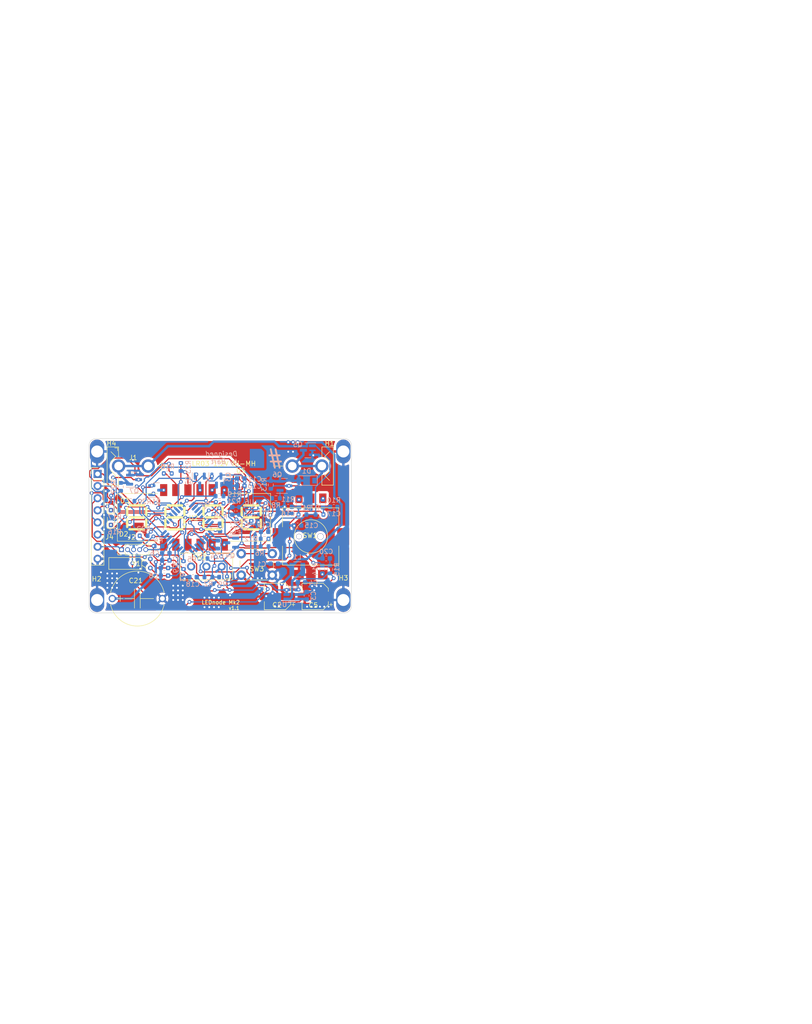
<source format=kicad_pcb>
(kicad_pcb (version 20211014) (generator pcbnew)
  (layers (0 "F.Cu" signal) (31 "B.Cu" signal) (34 "B.Paste" user) (35 "F.Paste" user) (36 "B.SilkS" user "B.Silkscreen") (37 "F.SilkS" user "F.Silkscreen") (38 "B.Mask" user) (39 "F.Mask" user) (44 "Edge.Cuts" user))
  (net 0 "")
  (net 1 "/INPUT")
  (net 2 "GND")
  (net 3 "Net-(C3-Pad1)")
  (net 4 "+3V3")
  (net 5 "Net-(C8-Pad1)")
  (net 6 "Net-(C9-Pad1)")
  (net 7 "Net-(C12-Pad1)")
  (net 8 "Net-(L1-Pad2)")
  (net 9 "/ENC2")
  (net 10 "/ENC1")
  (net 11 "/MODE")
  (net 12 "Net-(D1-Pad1)")
  (net 13 "Net-(D2-Pad1)")
  (net 14 "/SDA")
  (net 15 "/LED2")
  (net 16 "/SCL")
  (net 17 "Net-(D3-Pad1)")
  (net 18 "/ADC")
  (net 19 "/SYS_SWDCLK")
  (net 20 "/SYS_SWDIO")
  (net 21 "/SYS_RST")
  (net 22 "/Tx")
  (net 23 "/Rx")
  (net 24 "/DISP_0")
  (net 25 "/DISP_3")
  (net 26 "/BUTTON1")
  (net 27 "/BUTTON2")
  (net 28 "/DISP_D")
  (net 29 "/DISP_G")
  (net 30 "/DISP_1")
  (net 31 "Net-(Q1-Pad3)")
  (net 32 "/DISP_2")
  (net 33 "Net-(Q2-Pad3)")
  (net 34 "Net-(Q3-Pad3)")
  (net 35 "/DISP_A")
  (net 36 "Net-(Q4-Pad3)")
  (net 39 "Net-(Q6-Pad1)")
  (net 40 "Net-(Q6-Pad3)")
  (net 41 "Net-(R2-Pad1)")
  (net 42 "Net-(R6-Pad1)")
  (net 43 "/ENCODER_ACTIVE")
  (net 44 "Net-(R10-Pad2)")
  (net 45 "Net-(R11-Pad2)")
  (net 46 "Net-(R14-Pad1)")
  (net 48 "/DISP_C")
  (net 49 "/DISP_E")
  (net 50 "/DISP_DP")
  (net 51 "/DISP_B")
  (net 52 "/DISP_F")
  (net 53 "/BACKUP")
  (net 54 "Net-(R18-Pad2)")
  (net 55 "Net-(R19-Pad2)")
  (net 56 "Net-(R20-Pad2)")
  (net 57 "Net-(R21-Pad2)")
  (net 58 "Net-(R22-Pad2)")
  (net 59 "Net-(R23-Pad2)")
  (net 60 "Net-(R24-Pad2)")
  (net 61 "Net-(R25-Pad2)")
  (footprint "BartLib_Battery:BC-0401 AAA R3" (layer "F.Cu") (at 104 74.25)
    (fp_text reference "J1")
    (fp_text value "Ni-MH")
  )
  (footprint "BartLib_Encoder:EC11J12-15P30C-SW" (layer "F.Cu") (at 123 89 180)
    (fp_text reference "SW1")
    (fp_text value "EC11J12-15P30C-SW")
  )
  (footprint "BartLib_Pad:WirePad 4mm^2 Rect" (layer "F.Cu") (at 78.2 71.2)
    (fp_text reference "H4")
    (fp_text value "MountingHole_Pad")
  )
  (footprint "Capacitor_SMD:CP_Elec_5x4.5" (layer "F.Cu") (at 123.9 101.57 180)
    (fp_text reference "C5")
    (fp_text value "476")
  )
  (footprint "BartLib_Capacitor:C_Super_D11.2mm_H5.1mm_P10.5mm" (layer "F.Cu") (at 86.6325 102 180)
    (fp_text reference "C21")
    (fp_text value "220mF_SE-5R5-D224VYH3E")
  )
  (footprint "BartLib_Pad:WirePad 4mm^2 Rect" (layer "F.Cu") (at 129.8 101.3)
    (fp_text reference "H3")
    (fp_text value "MountingHole_Pad")
  )
  (footprint "BartLib_Switch:MFP 120" (layer "F.Cu") (at 101.1 95.3 180)
    (fp_text reference "SW2")
    (fp_text value "MFP 120")
  )
  (footprint "Capacitor_SMD:CP_Elec_5x4.5" (layer "F.Cu") (at 116 101.57 180)
    (fp_text reference "C2")
    (fp_text value "476")
  )
  (footprint "Button_Switch_THT:SW_PUSH_6mm_H13mm" (layer "F.Cu") (at 114.9 97.1 180)
    (fp_text reference "SW3")
    (fp_text value "6x6 13")
  )
  (footprint "BartLib_Pad:WirePad 4mm^2 Rect" (layer "F.Cu") (at 129.8 71.2)
    (fp_text reference "H1")
    (fp_text value "MountingHole_Pad")
  )
  (footprint "Connector_PinHeader_2.54mm:PinHeader_1x08_P2.54mm_Vertical" (layer "F.Cu") (at 78.3 75.9)
    (fp_text reference "J4")
    (fp_text value "GPIO2")
  )
  (footprint "BartLib_Display:LED 7.2mm SMD" (layer "F.Cu") (at 98.5 85)
    (fp_text reference "U2")
    (fp_text value "AF-02841BMR-B")
  )
  (footprint "BartLib_Crystal:Crystal_D2.00mm_L6.00mm" (layer "F.Cu") (at 89.35 93.6 -90)
    (fp_text reference "Y1")
    (fp_text value "32k768")
  )
  (footprint "BartLib_Connector:PinHeader_1x05_P1.257_Vertical" (layer "F.Cu") (at 85.82 91.75)
    (fp_text reference "J2")
    (fp_text value "SWD")
  )
  (footprint "LED_SMD:LED_0603_1608Metric" (layer "F.Cu") (at 81.1 82.6875 90)
    (fp_text reference "D3")
    (fp_text value "LED1")
  )
  (footprint "Package_LGA:Bosch_LGA-8_2.5x2.5mm_P0.65mm_ClockwisePinNumbering" (layer "F.Cu") (at 108.312011 77.675)
    (fp_text reference "U5")
    (fp_text value "BME280")
  )
  (footprint "BartLib_Pad:WirePad 4mm^2 Rect" (layer "F.Cu") (at 78.2 101.3)
    (fp_text reference "H2")
    (fp_text value "MountingHole_Pad")
  )
  (footprint "LED_SMD:LED_0603_1608Metric" (layer "F.Cu") (at 81.1 85.7875 90)
    (fp_text reference "D2")
    (fp_text value "LED2")
  )
  (footprint "Resistor_SMD:R_0603_1608Metric" (layer "B.Cu") (at 125.5 82.1 90)
    (fp_text reference "R10")
    (fp_text value "220")
  )
  (footprint "Capacitor_SMD:C_0603_1608Metric" (layer "B.Cu") (at 92.6 94 180)
    (fp_text reference "C7")
    (fp_text value "105")
  )
  (footprint "Capacitor_SMD:C_0603_1608Metric" (layer "B.Cu") (at 92.3 97.2 180)
    (fp_text reference "C8")
    (fp_text value "100")
  )
  (footprint "Package_TO_SOT_SMD:SOT-23" (layer "B.Cu") (at 122.3625 70.95 180)
    (fp_text reference "Q5")
    (fp_text value "IRLML6346")
  )
  (footprint "Capacitor_SMD:C_0603_1608Metric" (layer "B.Cu") (at 92.6 92.5 180)
    (fp_text reference "C6")
    (fp_text value "104")
  )
  (footprint "Package_TO_SOT_SMD:SOT-23" (layer "B.Cu") (at 90.6 79.3)
    (fp_text reference "Q1")
    (fp_text value "PDTB113ET.215")
  )
  (footprint "Capacitor_SMD:C_0603_1608Metric" (layer "B.Cu") (at 127.8 82.8)
    (fp_text reference "C17")
    (fp_text value "104")
  )
  (footprint "Package_TO_SOT_SMD:SOT-23" (layer "B.Cu") (at 99.7 77.3 -90)
    (fp_text reference "Q2")
    (fp_text value "PDTB113ET.215")
  )
  (footprint "Resistor_SMD:R_0603_1608Metric" (layer "B.Cu") (at 93 75.8 180)
    (fp_text reference "R18")
    (fp_text value "470R")
  )
  (footprint "Capacitor_SMD:C_0603_1608Metric" (layer "B.Cu") (at 120.2 86.7 180)
    (fp_text reference "C15")
    (fp_text value "104")
  )
  (footprint "Capacitor_SMD:C_0603_1608Metric" (layer "B.Cu") (at 122.1 101.4 90)
    (fp_text reference "C3")
    (fp_text value "104")
  )
  (footprint "Resistor_SMD:R_0603_1608Metric" (layer "B.Cu") (at 81.9 83.5)
    (fp_text reference "R17")
    (fp_text value "1k")
  )
  (footprint "Capacitor_SMD:C_0603_1608Metric" (layer "B.Cu") (at 108.025 83.65 -90)
    (fp_text reference "C14")
    (fp_text value "105")
  )
  (footprint "Resistor_SMD:R_0603_1608Metric" (layer "B.Cu") (at 120.5 82.1 90)
    (fp_text reference "R11")
    (fp_text value "220")
  )
  (footprint "Capacitor_SMD:C_0603_1608Metric" (layer "B.Cu") (at 113.3 88)
    (fp_text reference "C19")
    (fp_text value "104")
  )
  (footprint "Resistor_SMD:R_0603_1608Metric" (layer "B.Cu") (at 121.225 84.4 180)
    (fp_text reference "R1")
    (fp_text value "10k")
  )
  (footprint "Resistor_SMD:R_0603_1608Metric" (layer "B.Cu") (at 127 95.9 90)
    (fp_text reference "R15")
    (fp_text value "MCU_INT")
  )
  (footprint "Package_TO_SOT_SMD:SOT-23" (layer "B.Cu") (at 106.3 90.3 180)
    (fp_text reference "Q4")
    (fp_text value "PDTB113ET.215")
  )
  (footprint "Capacitor_SMD:C_0603_1608Metric" (layer "B.Cu") (at 106.525 83.65 -90)
    (fp_text reference "C13")
    (fp_text value "104")
  )
  (footprint "Capacitor_SMD:C_0603_1608Metric" (layer "B.Cu") (at 118.225 82.8)
    (fp_text reference "C16")
    (fp_text value "104")
  )
  (footprint "Resistor_SMD:R_0603_1608Metric" (layer "B.Cu") (at 113.3 91.1 180)
    (fp_text reference "R6")
    (fp_text value "220R")
  )
  (footprint "Capacitor_SMD:C_0603_1608Metric" (layer "B.Cu") (at 115.325 94.7 180)
    (fp_text reference "C1")
    (fp_text value "105")
  )
  (footprint "Resistor_SMD:R_0603_1608Metric" (layer "B.Cu") (at 83.15 78.6 -90)
    (fp_text reference "R27")
    (fp_text value "0")
  )
  (footprint "Package_TO_SOT_SMD:SOT-23-6" (layer "B.Cu") (at 119.0375 101.15 180)
    (fp_text reference "U4")
    (fp_text value "AP1603")
  )
  (footprint "Resistor_SMD:R_0603_1608Metric" (layer "B.Cu") (at 124.8 84.4)
    (fp_text reference "R7")
    (fp_text value "10k")
  )
  (footprint "Resistor_SMD:R_0603_1608Metric" (layer "B.Cu") (at 103.85 82.05 180)
    (fp_text reference "R21")
    (fp_text value "470R")
  )
  (footprint "Capacitor_SMD:C_0603_1608Metric" (layer "B.Cu") (at 92.3 95.6 180)
    (fp_text reference "C9")
    (fp_text value "100")
  )
  (footprint "Capacitor_SMD:C_0603_1608Metric" (layer "B.Cu") (at 108.312011 76.875 180)
    (fp_text reference "C11")
    (fp_text value "104")
  )
  (footprint "Resistor_SMD:R_0603_1608Metric" (layer "B.Cu") (at 81.9 86.6)
    (fp_text reference "R16")
    (fp_text value "1k")
  )
  (footprint "Resistor_SMD:R_0603_1608Metric" (layer "B.Cu") (at 103.95 87.1 -90)
    (fp_text reference "R25")
    (fp_text value "470R")
  )
  (footprint "Package_TO_SOT_SMD:SOT-23" (layer "B.Cu") (at 117.4625 78.4)
    (fp_text reference "Q6")
    (fp_text value "BSS138")
  )
  (footprint "Package_LGA:LGA-12_2x2mm_P0.5mm" (layer "B.Cu") (at 110.125 83.65 180)
    (fp_text reference "U6")
    (fp_text value "LIS3MDL")
  )
  (footprint "Capacitor_SMD:C_0603_1608Metric" (layer "B.Cu") (at 126.2 93.6 180)
    (fp_text reference "C20")
    (fp_text value "104")
  )
  (footprint "Capacitor_SMD:C_0603_1608Metric" (layer "B.Cu") (at 121.025 98.6)
    (fp_text reference "C4")
    (fp_text value "105")
  )
  (footprint "Capacitor_SMD:C_0603_1608Metric" (layer "B.Cu") (at 98.3 97.5 180)
    (fp_text reference "C18")
    (fp_text value "104")
  )
  (footprint "Resistor_SMD:R_0603_1608Metric" (layer "B.Cu") (at 110.5 86.55 -90)
    (fp_text reference "R20")
    (fp_text value "470R")
  )
  (footprint "Resistor_SMD:R_0603_1608Metric" (layer "B.Cu") (at 100.5 93.6 180)
    (fp_text reference "R5")
    (fp_text value "4k7")
  )
  (footprint "Diode_SMD:D_SOD-123" (layer "B.Cu") (at 122.1 77.3 180)
    (fp_text reference "D1")
    (fp_text value "MBR0530")
  )
  (footprint "Package_TO_SOT_SMD:SOT-23" (layer "B.Cu") (at 85.95 77.1)
    (fp_text reference "Q7")
    (fp_text value "IRLML6346")
  )
  (footprint "Resistor_SMD:R_0603_1608Metric" (layer "B.Cu") (at 87.95 88.85 180)
    (fp_text reference "R22")
    (fp_text value "470R")
  )
  (footprint "Resistor_SMD:R_0603_1608Metric" (layer "B.Cu") (at 96.3 95 90)
    (fp_text reference "R3")
    (fp_text value "4k7")
  )
  (footprint "Capacitor_SMD:C_0603_1608Metric" (layer "B.Cu") (at 108.312011 78.375 180)
    (fp_text reference "C10")
    (fp_text value "104")
  )
  (footprint "Resistor_SMD:R_0603_1608Metric" (layer "B.Cu") (at 125.4 95.9 90)
    (fp_text reference "R14")
    (fp_text value "220R")
  )
  (footprint "Package_TO_SOT_SMD:SOT-23" (layer "B.Cu") (at 103.2 77.3 -90)
    (fp_text reference "Q3")
    (fp_text value "PDTB113ET.215")
  )
  (footprint "Capacitor_SMD:C_0603_1608Metric" (layer "B.Cu") (at 112.225 83.65 90)
    (fp_text reference "C12")
    (fp_text value "104")
  )
  (footprint "Resistor_SMD:R_0603_1608Metric" (layer "B.Cu") (at 91.075 91)
    (fp_text reference "R4")
    (fp_text value "10k")
  )
  (footprint "Resistor_SMD:R_0603_1608Metric" (layer "B.Cu") (at 103.85 80.55)
    (fp_text reference "R19")
    (fp_text value "470R")
  )
  (footprint "Resistor_SMD:R_0603_1608Metric" (layer "B.Cu") (at 113.3 89.5 180)
    (fp_text reference "R12")
    (fp_text value "MCU_INT")
  )
  (footprint "Resistor_SMD:R_0603_1608Metric" (layer "B.Cu") (at 114.6 78.2 90)
    (fp_text reference "R13")
    (fp_text value "0")
  )
  (footprint "Resistor_SMD:R_0603_1608Metric" (layer "B.Cu") (at 104.6 97.5 180)
    (fp_text reference "R9")
    (fp_text value "MCU_INT")
  )
  (footprint "Resistor_SMD:R_0603_1608Metric" (layer "B.Cu") (at 95.75 74.45 -90)
    (fp_text reference "R23")
    (fp_text value "470R")
  )
  (footprint "Resistor_SMD:R_0603_1608Metric" (layer "B.Cu") (at 101.525 97.5)
    (fp_text reference "R2")
    (fp_text value "220R")
  )
  (footprint "BartLib_Logo:number" (layer "B.Cu") (at 111.7 72.65 180)
    (fp_text reference "H5" hide)
    (fp_text value "Copy Number")
  )
  (footprint "Inductor_SMD:L_Abracon_ASPI-3012S" (layer "B.Cu") (at 120.15 95.9)
    (fp_text reference "L1")
    (fp_text value "22uH / WLPN303010M220PB")
  )
  (footprint "Resistor_SMD:R_0603_1608Metric" (layer "B.Cu") (at 85.2 81.6 180)
    (fp_text reference "R26")
    (fp_text value "100k")
  )
  (footprint "Package_QFP:LQFP-32_7x7mm_P0.8mm" (layer "B.Cu") (at 97.1 87.3 45)
    (fp_text reference "U1")
    (fp_text value "STM32G071KxT")
  )
  (footprint "Resistor_SMD:R_0603_1608Metric" (layer "B.Cu") (at 103.5 90.7 -90)
    (fp_text reference "R24")
    (fp_text value "470R")
  )
  (footprint "Resistor_SMD:R_0603_1608Metric" (layer "B.Cu") (at 115.675 81)
    (fp_text reference "R8")
    (fp_text value "1k")
  )
  (gr_line (start 104 68.5) (end 78 68.5) (layer "Edge.Cuts") (width 0.1))
  (gr_arc (start 130 68.5) (mid 131.06066 68.93934) (end 131.5 70) (layer "Edge.Cuts") (width 0.1))
  (gr_arc (start 78 105) (mid 76.93934 104.56066) (end 76.5 103.5) (layer "Edge.Cuts") (width 0.1))
  (gr_line (start 78 105) (end 130 105) (layer "Edge.Cuts") (width 0.1))
  (gr_arc (start 76.5 70) (mid 76.93934 68.93934) (end 78 68.5) (layer "Edge.Cuts") (width 0.1))
  (gr_line (start 76.5 70) (end 76.5 103.5) (layer "Edge.Cuts") (width 0.1))
  (gr_line (start 131.5 103.5) (end 131.5 70) (layer "Edge.Cuts") (width 0.1))
  (gr_arc (start 131.5 103.5) (mid 131.06066 104.56066) (end 130 105) (layer "Edge.Cuts") (width 0.1))
  (gr_line (start 104 68.5) (end 130 68.5) (layer "Edge.Cuts") (width 0.1))
  (gr_text "Designed\nby Bart" (at 107.75 72.5) (layer "B.SilkS") (effects (font (size 1 1) (thickness 0.15) italic) (justify left mirror)))
  (gr_text "v1.1" (at 106.9 104) (layer "F.SilkS") (effects (font (size 0.7 0.7))))
  (gr_text "LEDnode Mk2" (at 104.1 102.8) (layer "F.SilkS") (effects (font (size 0.8 0.8))))
  (segment (start 116.9 98.95) (end 116.9 100.39) (width 0.5) (layer "F.Cu") (net 1))
  (segment (start 116.86 100.35) (end 118.08 101.57) (width 0.5) (layer "F.Cu") (net 1))
  (via (at 116.9 98.95) (size 0.8) (drill 0.4) (layers "F.Cu" "B.Cu") (net 1))
  (segment (start 82.7 75.7375) (end 85.0125 78.05) (width 0.5) (layer "B.Cu") (net 1))
  (segment (start 120.55 93.75) (end 122.15 93.75) (width 0.5) (layer "B.Cu") (net 1))
  (segment (start 129.42452 82.291316) (end 127.90048 80.767276) (width 0.5) (layer "B.Cu") (net 1))
  (segment (start 119 95.9) (end 119 95.3) (width 0.5) (layer "B.Cu") (net 1))
  (segment (start 127.90048 80.767276) (end 127.90048 71.85048) (width 0.5) (layer "B.Cu") (net 1))
  (segment (start 122.484882 69.30048) (end 122.16298 69.622382) (width 0.5) (layer "B.Cu") (net 1))
  (segment (start 122.15 93.75) (end 129.42452 86.47548) (width 0.5) (layer "B.Cu") (net 1))
  (segment (start 83.15 77.775) (end 84.7375 77.775) (width 0.5) (layer "B.Cu") (net 1))
  (segment (start 122.16298 69.622382) (end 122.16298 70.11298) (width 0.5) (layer "B.Cu") (net 1))
  (segment (start 82.7 74.25) (end 88.9 74.25) (width 0.5) (layer "B.Cu") (net 1))
  (segment (start 122.16298 70.11298) (end 122.15 70.1) (width 0.5) (layer "B.Cu") (net 1))
  (segment (start 117.8 94.7) (end 119 95.9) (width 0.5) (layer "B.Cu") (net 1))
  (segment (start 101.65 70.1) (end 93.05 70.1) (width 0.5) (layer "B.Cu") (net 1))
  (segment (start 119 95.3) (end 120.55 93.75) (width 0.5) (layer "B.Cu") (net 1))
  (segment (start 129.42452 86.47548) (end 129.42452 82.291316) (width 0.5) (layer "B.Cu") (net 1))
  (segment (start 93.05 70.1) (end 88.9 74.25) (width 0.5) (layer "B.Cu") (net 1))
  (segment (start 102.6 69.15) (end 101.65 70.1) (width 0.5) (layer "B.Cu") (net 1))
  (segment (start 119 95.9) (end 119 96.85) (width 0.5) (layer "B.Cu") (net 1))
  (segment (start 116.1 94.7) (end 117.8 94.7) (width 0.5) (layer "B.Cu") (net 1))
  (segment (start 122.15 70.1) (end 116.3 70.1) (width 0.5) (layer "B.Cu") (net 1))
  (segment (start 116.3 70.1) (end 115.35 69.15) (width 0.5) (layer "B.Cu") (net 1))
  (segment (start 119 96.85) (end 116.9 98.95) (width 0.5) (layer "B.Cu") (net 1))
  (segment (start 115.35 69.15) (end 102.6 69.15) (width 0.5) (layer "B.Cu") (net 1))
  (segment (start 125.35048 69.30048) (end 122.484882 69.30048) (width 0.5) (layer "B.Cu") (net 1))
  (segment (start 127.90048 71.85048) (end 125.35048 69.30048) (width 0.5) (layer "B.Cu") (net 1))
  (segment (start 82.7 75.7375) (end 82.7 74.25) (width 0.5) (layer "B.Cu") (net 1))
  (segment (start 113.68 101.57) (end 113.68 101.55) (width 0.25) (layer "F.Cu") (net 2))
  (segment (start 120.62548 102.64452) (end 121.7 101.57) (width 0.25) (layer "F.Cu") (net 2))
  (segment (start 81.98798 81.18798) (end 82.65 81.85) (width 0.25) (layer "F.Cu") (net 2))
  (segment (start 79 96.5) (end 78.2 97.3) (width 0.25) (layer "F.Cu") (net 2))
  (segment (start 112.25 99.95) (end 113.25 100.95) (width 0.25) (layer "F.Cu") (net 2))
  (segment (start 78.2 97.3) (end 78.2 101.3) (width 0.25) (layer "F.Cu") (net 2))
  (segment (start 80.382503 80.652079) (end 80.918404 81.18798) (width 0.25) (layer "F.Cu") (net 2))
  (segment (start 114.77452 102.64452) (end 120.62548 102.64452) (width 0.25) (layer "F.Cu") (net 2))
  (segment (start 108 81) (end 113.453904 81) (width 0.25) (layer "F.Cu") (net 2))
  (segment (start 80 79.5) (end 80.382503 79.882503) (width 0.25) (layer "F.Cu") (net 2))
  (segment (start 86.8 75.6) (end 86.8 74.0745) (width 0.25) (layer "F.Cu") (net 2))
  (segment (start 113.63 101.5) (end 114.77452 102.64452) (width 0.25) (layer "F.Cu") (net 2))
  (segment (start 79.651 87.5) (end 79.651 84.5) (width 0.25) (layer "F.Cu") (net 2))
  (segment (start 107.337011 77.4) (end 107.412011 77.475) (width 0.25) (layer "F.Cu") (net 2))
  (segment (start 112.35 83) (end 112.225 82.875) (width 0.25) (layer "F.Cu") (net 2))
  (segment (start 113.453904 81) (end 114.174511 81.720607) (width 0.25) (layer "F.Cu") (net 2))
  (segment (start 107.412011 77.475) (end 107.987011 78.05) (width 0.25) (layer "F.Cu") (net 2))
  (segment (start 80.918404 81.18798) (end 81.98798 81.18798) (width 0.25) (layer "F.Cu") (net 2))
  (segment (start 105.9 101.55) (end 105.9 101.4755) (width 0.25) (layer "F.Cu") (net 2))
  (segment (start 114.174511 81.720607) (end 114.174511 82.825489) (width 0.25) (layer "F.Cu") (net 2))
  (segment (start 86.8 74.0745) (end 85.7 72.9745) (width 0.25) (layer "F.Cu") (net 2))
  (segment (start 108.4 97.1) (end 111.25 99.95) (width 0.25) (layer "F.Cu") (net 2))
  (segment (start 114.174511 82.825489) (end 114 83) (width 0.25) (layer "F.Cu") (net 2))
  (segment (start 107.337011 76.65) (end 107.337011 77.4) (width 0.25) (layer "F.Cu") (net 2))
  (segment (start 111.25 99.95) (end 112.25 99.95) (width 0.25) (layer "F.Cu") (net 2))
  (segment (start 112 86) (end 113.6745 86) (width 0.25) (layer "F.Cu") (net 2))
  (segment (start 105.9 101.4755) (end 106.05 101.3255) (width 0.25) (layer "F.Cu") (net 2))
  (segment (start 107.987011 78.05) (end 107.987011 78.7) (width 0.25) (layer "F.Cu") (net 2))
  (segment (start 114 83) (end 112.35 83) (width 0.25) (layer "F.Cu") (net 2))
  (segment (start 117.25 83) (end 117.5 82.75) (width 0.25) (layer "F.Cu") (net 2))
  (segment (start 80.382503 79.882503) (end 80.382503 80.652079) (width 0.25) (layer "F.Cu") (net 2))
  (segment (start 114 83) (end 117.25 83) (width 0.25) (layer "F.Cu") (net 2))
  (segment (start 113.25 100.95) (end 114.95 100.95) (width 0.25) (layer "F.Cu") (net 2))
  (via (at 80.35 96.75) (size 0.8) (drill 0.4) (layers "F.Cu" "B.Cu") (net 2))
  (via (at 96.15 100.3) (size 0.8) (drill 0.4) (layers "F.Cu" "B.Cu") (net 2))
  (via (at 79 96.5) (size 0.8) (drill 0.4) (layers "F.Cu" "B.Cu") (net 2))
  (via (at 101.7 103.8) (size 0.8) (drill 0.4) (layers "F.Cu" "B.Cu") (net 2))
  (via (at 84.9 89.2) (size 0.8) (drill 0.4) (layers "F.Cu" "B.Cu") (net 2))
  (via (at 95.15 101.3) (size 0.8) (drill 0.4) (layers "F.Cu" "B.Cu") (net 2))
  (via (at 100.7 101.8) (size 0.8) (drill 0.4) (layers "F.Cu" "B.Cu") (net 2))
  (via (at 91.825 94.725) (size 0.8) (drill 0.4) (layers "F.Cu" "B.Cu") (net 2))
  (via (at 107.412011 77.475) (size 0.8) (drill 0.4) (layers "F.Cu" "B.Cu") (net 2))
  (via (at 85.7 72.9745) (size 0.8) (drill 0.4) (layers "F.Cu" "B.Cu") (net 2))
  (via (at 113.6745 86) (size 0.8) (drill 0.4) (layers "F.Cu" "B.Cu") (net 2))
  (via (at 119.5 86.75) (size 0.8) (drill 0.4) (layers "F.Cu" "B.Cu") (net 2))
  (via (at 102.7 101.8) (size 0.8) (drill 0.4) (layers "F.Cu" "B.Cu") (net 2))
  (via (at 79.651 87.5) (size 0.8) (drill 0.4) (layers "F.Cu" "B.Cu") (net 2))
  (via (at 100.7 103.8) (size 0.8) (drill 0.4) (layers "F.Cu" "B.Cu") (net 2))
  (via (at 94.15 99.3) (size 0.8) (drill 0.4) (layers "F.Cu" "B.Cu") (net 2))
  (via (at 96.5 97.8255) (size 0.8) (drill 0.4) (layers "F.Cu" "B.Cu") (net 2))
  (via (at 96.15 99.3) (size 0.8) (drill 0.4) (layers "F.Cu" "B.Cu") (net 2))
  (via (at 81.35 96.75) (size 0.8) (drill 0.4) (layers "F.Cu" "B.Cu") (net 2))
  (via (at 119.25 71.25) (size 0.8) (drill 0.4) (layers "F.Cu" "B.Cu") (net 2))
  (via (at 95.15 99.3) (size 0.8) (drill 0.4) (layers "F.Cu" "B.Cu") (net 2))
  (via (at 86.85 96.55) (size 0.8) (drill 0.4) (layers "F.Cu" "B.Cu") (net 2))
  (via (at 112.7 97.75) (size 0.8) (drill 0.4) (layers "F.Cu" "B.Cu") (net 2))
  (via (at 102.7 103.8) (size 0.8) (drill 0.4) (layers "F.Cu" "B.Cu") (net 2))
  (via (at 96.15 101.3) (size 0.8) (drill 0.4) (layers "F.Cu" "B.Cu") (net 2))
  (via (at 82.35 96.75) (size 0.8) (drill 0.4) (layers "F.Cu" "B.Cu") (net 2))
  (via (at 95.15 102.3) (size 0.8) (drill 0.4) (layers "F.Cu" "B.Cu") (net 2))
  (via (at 103.7 103.8) (size 0.8) (drill 0.4) (layers "F.Cu" "B.Cu") (net 2))
  (via (at 113.63 101.5) (size 0.8) (drill 0.4) (layers "F.Cu" "B.Cu") (net 2))
  (via (at 95.15 100.3) (size 0.8) (drill 0.4) (layers "F.Cu" "B.Cu") (net 2))
  (via (at 114.95 100.95) (size 0.8) (drill 0.4) (layers "F.Cu" "B.Cu") (net 2))
  (via (at 79.651 84.5) (size 0.8) (drill 0.4) (layers "F.Cu" "B.Cu") (net 2))
  (via (at 125.1 99.4) (size 0.8) (drill 0.4) (layers "F.Cu" "B.Cu") (net 2))
  (via (at 101.7 101.8) (size 0.8) (drill 0.4) (layers "F.Cu" "B.Cu") (net 2))
  (via (at 81.35 99.75) (size 0.8) (drill 0.4) (layers "F.Cu" "B.Cu") (net 2))
  (via (at 124 103.7) (size 0.8) (drill 0.4) (layers "F.Cu" "B.Cu") (net 2))
  (via (at 81.35 98.75) (size 0.8) (drill 0.4) (layers "F.Cu" "B.Cu") (net 2))
  (via (at 106.05 101.3255) (size 0.8) (drill 0.4) (layers "F.Cu" "B.Cu") (net 2))
  (via (at 123.7 100.25) (size 0.8) (drill 0.4) (layers "F.Cu" "B.Cu") (net 2))
  (via (at 82.65 81.85) (size 0.8) (drill 0.4) (layers "F.Cu" "B.Cu") (net 2))
  (via (at 117.5 82.75) (size 0.8) (drill 0.4) (layers "F.Cu" "B.Cu") (net 2))
  (via (at 124.2 99.4) (size 0.8) (drill 0.4) (layers "F.Cu" "B.Cu") (net 2))
  (via (at 81.35 97.75) (size 0.8) (drill 0.4) (layers "F.Cu" "B.Cu") (net 2))
  (via (at 103.7 101.8) (size 0.8) (drill 0.4) (layers "F.Cu" "B.Cu") (net 2))
  (via (at 118.25 71.25) (size 0.8) (drill 0.4) (layers "F.Cu" "B.Cu") (net 2))
  (via (at 82.35 99.75) (size 0.8) (drill 0.4) (layers "F.Cu" "B.Cu") (net 2))
  (via (at 119.25 69.25) (size 0.8) (drill 0.4) (layers "F.Cu" "B.Cu") (net 2))
  (via (at 96.15 102.3) (size 0.8) (drill 0.4) (layers "F.Cu" "B.Cu") (net 2))
  (via (at 112.225 82.875) (size 0.8) (drill 0.4) (layers "F.Cu" "B.Cu") (net 2))
  (via (at 123.5 72) (size 0.8) (drill 0.4) (layers "F.Cu" "B.Cu") (net 2))
  (via (at 87.25 95.75) (size 0.8) (drill 0.4) (layers "F.Cu" "B.Cu") (net 2))
  (via (at 82.35 98.75) (size 0.8) (drill 0.4) (layers "F.Cu" "B.Cu") (net 2))
  (via (at 123.25 99.4) (size 0.8) (drill 0.4) (layers "F.Cu" "B.Cu") (net 2))
  (via (at 112.25 99.95) (size 0.8) (drill 0.4) (layers "F.Cu" "B.Cu") (net 2))
  (via (at 125.8 103.7) (size 0.8) (drill 0.4) (layers "F.Cu" "B.Cu") (net 2))
  (via (at 86.8 75.6) (size 0.8) (drill 0.4) (layers "F.Cu" "B.Cu") (net 2))
  (via (at 124.9 103.7) (size 0.8) (drill 0.4) (layers "F.Cu" "B.Cu") (net 2))
  (via (at 111.85 97.75) (size 0.8) (drill 0.4) (layers "F.Cu" "B.Cu") (net 2))
  (via (at 94.15 100.3) (size 0.8) (drill 0.4) (layers "F.Cu" "B.Cu") (net 2))
  (via (at 118.25 69.25) (size 0.8) (drill 0.4) (layers "F.Cu" "B.Cu") (net 2))
  (via (at 108 81) (size 0.8) (drill 0.4) (layers "F.Cu" "B.Cu") (net 2))
  (via (at 82.35 97.75) (size 0.8) (drill 0.4) (layers "F.Cu" "B.Cu") (net 2))
  (via (at 85.8 89.2) (size 0.8) (drill 0.4) (layers "F.Cu" "B.Cu") (net 2))
  (via (at 126.7 103.7) (size 0.8) (drill 0.4) (layers "F.Cu" "B.Cu") (net 2))
  (via (at 80 79.5) (size 0.8) (drill 0.4) (layers "F.Cu" "B.Cu") (net 2))
  (via (at 123.1 103.7) (size 0.8) (drill 0.4) (layers "F.Cu" "B.Cu") (net 2))
  (via (at 80.35 99.75) (size 0.8) (drill 0.4) (layers "F.Cu" "B.Cu") (net 2))
  (via (at 116.3 103.6) (size 0.8) (drill 0.4) (layers "F.Cu" "B.Cu") (net 2))
  (via (at 80.35 97.75) (size 0.8) (drill 0.4) (layers "F.Cu" "B.Cu") (net 2))
  (via (at 94.15 101.3) (size 0.8) (drill 0.4) (layers "F.Cu" "B.Cu") (net 2))
  (via (at 122.2 103.7) (size 0.8) (drill 0.4) (layers "F.Cu" "B.Cu") (net 2))
  (via (at 115.45 103.6) (size 0.8) (drill 0.4) (layers "F.Cu" "B.Cu") (net 2))
  (via (at 112 86) (size 0.8) (drill 0.4) (layers "F.Cu" "B.Cu") (net 2))
  (via (at 94.15 102.3) (size 0.8) (drill 0.4) (layers "F.Cu" "B.Cu") (net 2))
  (via (at 114 83) (size 0.8) (drill 0.4) (layers "F.Cu" "B.Cu") (net 2))
  (via (at 120.25 69.25) (size 0.8) (drill 0.4) (layers "F.Cu" "B.Cu") (net 2))
  (via (at 80.35 98.75) (size 0.8) (drill 0.4) (layers "F.Cu" "B.Cu") (net 2))
  (segment (start 91.825 94) (end 91.825 94.725) (width 0.5) (layer "B.Cu") (net 2))
  (segment (start 79.651 84.5) (end 79.651 79.849) (width 0.25) (layer "B.Cu") (net 2))
  (segment (start 77 72.4) (end 78.2 71.2) (width 0.25) (layer "B.Cu") (net 2))
  (segment (start 110.375 83.299022) (end 110.375 82.8875) (width 0.25) (layer "B.Cu") (net 2))
  (segment (start 110.8745 101.3255) (end 106.05 101.3255) (width 0.25) (layer "B.Cu") (net 2))
  (segment (start 110.274022 83.4) (end 110.375 83.299022) (width 0.25) (layer "B.Cu") (net 2))
  (segment (start 123.4 71.9) (end 123.5 72) (width 0.25) (layer "B.Cu") (net 2))
  (segment (start 91.825 95.3) (end 91.525 95.6) (width 0.5) (layer "B.Cu") (net 2))
  (segment (start 107.537011 76.875) (end 107.537011 77.35) (width 0.25) (layer "B.Cu") (net 2))
  (segment (start 106.5 98) (end 107.5 98) (width 0.25) (layer "B.Cu") (net 2))
  (segment (start 104.3 96.5) (end 104.55 96.75) (width 0.25) (layer "B.Cu") (net 2))
  (segment (start 91.825 94.725) (end 91.825 95.3) (width 0.5) (layer "B.Cu") (net 2))
  (segment (start 123.3 71.9) (end 123.4 71.9) (width 0.25) (layer "B.Cu") (net 2))
  (segment (start 110.8875 83.4) (end 111.7 83.4) (width 0.25) (layer "B.Cu") (net 2))
  (segment (start 107.412011 80.22452) (end 108 80.812509) (width 0.25) (layer "B.Cu") (net 2))
  (segment (start 112.25 99.95) (end 110.8745 101.3255) (width 0.25) (layer "B.Cu") (net 2))
  (segment (start 107.412011 77.475) (end 107.412011 80.22452) (width 0.25) (layer "B.Cu") (net 2))
  (segment (start 110.8875 83.4) (end 110.274022 83.4) (width 0.25) (layer "B.Cu") (net 2))
  (segment (start 111.7 83.4) (end 112.225 82.875) (width 0.25) (layer "B.Cu") (net 2))
  (segment (start 97.525 97.5) (end 96.8255 97.5) (width 0.25) (layer "B.Cu") (net 2))
  (segment (start 113.5 85.8255) (end 113.5 83.5) (width 0.25) (layer "B.Cu") (net 2))
  (segment (start 104.3 95.3) (end 104.3 96.5) (width 0.25) (layer "B.Cu") (net 2))
  (segment (start 113.5 83.5) (end 114 83) (width 0.25) (layer "B.Cu") (net 2))
  (segment (start 104.55 96.75) (end 104.55 97.755) (width 0.25) (layer "B.Cu") (net 2))
  (segment (start 107.537011 77.6) (end 107.412011 77.475) (width 0.25) (layer "B.Cu") (net 2))
  (segment (start 105.278928 98.5) (end 106 98.5) (width 0.25) (layer "B.Cu") (net 2))
  (segment (start 104.55 97.755) (end 104.541964 97.763036) (width 0.25) (layer "B.Cu") (net 2))
  (segment (start 78.3 95.8) (end 79 96.5) (width 0.25) (layer "B.Cu") (net 2))
  (segment (start 82.725 86.6) (end 81.825 87.5) (width 0.25) (layer "B.Cu") (net 2))
  (segment (start 104.541964 97.763036) (end 105.278928 98.5) (width 0.25) (layer "B.Cu") (net 2))
  (segment (start 77 78.7303) (end 77 72.4) (width 0.25) (layer "B.Cu") (net 2))
  (segment (start 108.025 84.539028) (end 109.885492 86.39952) (width 0.25) (layer "B.Cu") (net 2))
  (segment (start 96.8255 97.5) (end 96.5 97.8255) (width 0.25) (layer "B.Cu") (net 2))
  (segment (start 92.975481 90.858833) (end 92.975481 91.349519) (width 0.25) (layer "B.Cu") (net 2))
  (segment (start 79.651 79.849) (end 80 79.5) (width 0.25) (layer "B.Cu") (net 2))
  (segment (start 110.8875 83.9) (end 110.8875 83.4) (width 0.25) (layer "B.Cu") (net 2))
  (segment (start 108.025 84.425) (end 108.025 84.539028) (width 0.25) (layer "B.Cu") (net 2))
  (segment (start 108 80.812509) (end 108 81) (width 0.25) (layer "B.Cu") (net 2))
  (segment (start 109.3625 83.4) (end 110.274022 83.4) (width 0.25) (layer "B.Cu") (net 2))
  (segment (start 107.5 98) (end 108.4 97.1) (width 0.25) (layer "B.Cu") (net 2))
  (segment (start 113.6745 86) (end 113.5 85.8255) (width 0.25) (layer "B.Cu") (net 2))
  (segment (start 121.575 101.15) (end 122.1 100.625) (width 0.5) (layer "B.Cu") (net 2))
  (segment (start 107.537011 77.35) (end 107.412011 77.475) (width 0.25) (layer "B.Cu") (net 2))
  (segment (start 79.935489 79.564511) (end 77.834211 79.564511) (width 0.25) (layer "B.Cu") (net 2))
  (segment (start 77.834211 79.564511) (end 77 78.7303) (width 0.25) (layer "B.Cu") (net 2))
  (segment (start 109.885492 86.39952) (end 111.60048 86.39952) (width 0.25) (layer "B.Cu") (net 2))
  (segment (start 92.975481 91.349519) (end 91.825 92.5) (width 0.25) (layer "B.Cu") (net 2))
  (segment (start 120.175 101.15) (end 121.575 101.15) (width 0.5) (layer "B.Cu") (net 2))
  (segment (start 81.825 87.5) (end 79.651 87.5) (width 0.25) (layer "B.Cu") (net 2))
  (segment (start 111.60048 86.39952) (end 112 86) (width 0.25) (layer "B.Cu") (net 2))
  (segment (start 107.537011 78.375) (end 107.537011 77.6) (width 0.25) (layer "B.Cu") (net 2))
  (segment (start 106 98.5) (end 106.5 98) (width 0.25) (layer "B.Cu") (net 2))
  (segment (start 93.864986 89.969328) (end 92.975481 90.858833) (width 0.25) (layer "B.Cu") (net 2))
  (segment (start 78.3 93.68) (end 78.3 95.8) (width 0.25) (layer "B.Cu") (net 2))
  (segment (start 120.175 102.1) (end 122.025 102.1) (width 0.5) (layer "B.Cu") (net 3))
  (segment (start 122.025 102.1) (end 122.1 102.175) (width 0.5) (layer "B.Cu") (net 3))
  (segment (start 108.8 90.725) (end 108.5 90.425) (width 0.25) (layer "F.Cu") (net 4))
  (segment (start 105.398056 97.348056) (end 105.398056 99.622576) (width 0.25) (layer "F.Cu") (net 4))
  (segment (start 83.31 91.24) (end 83.31 91.75) (width 0.25) (layer "F.Cu") (net 4))
  (segment (start 107.987011 76.974022) (end 108.512989 77.5) (width 0.25) (layer "F.Cu") (net 4))
  (segment (start 112.625 91) (end 109.3 91) (width 0.25) (layer "F.Cu") (net 4))
  (segment (start 90 93.06843) (end 90.165785 93.234215) (width 0.25) (layer "F.Cu") (net 4))
  (segment (start 96.3 96.05) (end 98.750011 98.500011) (width 0.25) (layer "F.Cu") (net 4))
  (segment (start 94.8875 94.4125) (end 96.3 95.825) (width 0.25) (layer "F.Cu") (net 4))
  (segment (start 87.8 78.7) (end 89.3125 78.7) (width 0.25) (layer "F.Cu") (net 4))
  (segment (start 120.4 100.1) (end 118 100.1) (width 0.5) (layer "F.Cu") (net 4))
  (segment (start 107.361522 79.224511) (end 108.4625 79.224511) (width 0.25) (layer "F.Cu") (net 4))
  (segment (start 94.475 94) (end 94.8875 94.4125) (width 0.25) (layer "F.Cu") (net 4))
  (segment (start 88.65 91) (end 87.7 90.05) (width 0.25) (layer "F.Cu") (net 4))
  (segment (start 98.750011 98.500011) (end 99.250011 98.500011) (width 0.25) (layer "F.Cu") (net 4))
  (segment (start 109.287011 78.575) (end 109.087011 78.375) (width 0.25) (layer "F.Cu") (net 4))
  (segment (start 107.337011 79.2) (end 107.361522 79.224511) (width 0.25) (layer "F.Cu") (net 4))
  (segment (start 96.3 95.825) (end 96.3 96.05) (width 0.25) (layer "F.Cu") (net 4))
  (segment (start 90.85 94) (end 90.5 94.35) (width 0.25) (layer "F.Cu") (net 4))
  (segment (start 90 91) (end 90 93.06843) (width 0.25) (layer "F.Cu") (net 4))
  (segment (start 108.637011 79.05) (end 108.637011 78.7) (width 0.25) (layer "F.Cu") (net 4))
  (segment (start 107.987011 76.65) (end 107.987011 76.974022) (width 0.25) (layer "F.Cu") (net 4))
  (segment (start 112.625 91) (end 114.125 89.5) (width 0.25) (layer "F.Cu") (net 4))
  (segment (start 109.025 90.725) (end 108.8 90.725) (width 0.25) (layer "F.Cu") (net 4))
  (segment (start 90.931571 94) (end 90.85 94) (width 0.25) (layer "F.Cu") (net 4))
  (segment (start 91.3 94) (end 94.475 94) (width 0.25) (layer "F.Cu") (net 4))
  (segment (start 90 91) (end 88.65 91) (width 0.25) (layer "F.Cu") (net 4))
  (segment (start 109.287011 78.7) (end 108.637011 78.7) (width 0.25) (layer "F.Cu") (net 4))
  (segment (start 118 100.1) (end 117.9 100.2) (width 0.5) (layer "F.Cu") (net 4))
  (segment (start 105.398056 99.622576) (end 105.97598 100.2005) (width 0.25) (layer "F.Cu") (net 4))
  (segment (start 108.512989 77.5) (end 109.087011 77.5) (width 0.25) (layer "F.Cu") (net 4))
  (segment (start 108.4625 79.224511) (end 108.637011 79.05) (width 0.25) (layer "F.Cu") (net 4))
  (segment (start 87.7 90.05) (end 84.5 90.05) (width 0.25) (layer "F.Cu") (net 4))
  (segment (start 101.15 100.4) (end 102.67598 100.4) (width 0.25) (layer "F.Cu") (net 4))
  (segment (start 126.1 99.41) (end 127.77 97.74) (width 0.25) (layer "F.Cu") (net 4))
  (segment (start 107.337011 78.7) (end 107.337011 79.2) (width 0.25) (layer "F.Cu") (net 4))
  (segment (start 109.287011 78.7) (end 109.287011 78.575) (width 0.25) (layer "F.Cu") (net 4))
  (segment (start 84.5 90.05) (end 83.31 91.24) (width 0.25) (layer "F.Cu") (net 4))
  (segment (start 126.1 101.57) (end 126.1 99.41) (width 0.25) (layer "F.Cu") (net 4))
  (segment (start 91.3 94) (end 90.931571 94) (width 0.25) (layer "F.Cu") (net 4))
  (segment (start 109.3 91) (end 109.025 90.725) (width 0.25) (layer "F.Cu") (net 4))
  (segment (start 90.931571 94) (end 90.165785 93.234215) (width 0.25) (layer "F.Cu") (net 4))
  (segment (start 99.250011 98.500011) (end 101.15 100.4) (width 0.25) (layer "F.Cu") (net 4))
  (segment (start 89.3125 78.7) (end 89.6625 78.35) (width 0.25) (layer "F.Cu") (net 4))
  (via (at 89.6625 78.35) (size 0.8) (drill 0.4) (layers "F.Cu" "B.Cu") (net 4))
  (via (at 93.375 94) (size 0.8) (drill 0.4) (layers "F.Cu" "B.Cu") (net 4))
  (via (at 120.4 100.1) (size 0.8) (drill 0.4) (layers "F.Cu" "B.Cu") (net 4))
  (via (at 87.8 78.7) (size 0.8) (drill 0.4) (layers "F.Cu" "B.Cu") (net 4))
  (via (at 96.3 95.825) (size 0.8) (drill 0.4) (layers "F.Cu" "B.Cu") (net 4))
  (via (at 114.125 89.5) (size 0.8) (drill 0.4) (layers "F.Cu" "B.Cu") (net 4))
  (via (at 109.087011 78.375) (size 0.8) (drill 0.4) (layers "F.Cu" "B.Cu") (net 4))
  (via (at 105.398056 97.348056) (size 0.8) (drill 0.4) (layers "F.Cu" "B.Cu") (net 4))
  (via (at 109.087011 77.5) (size 0.8) (drill 0.4) (layers "F.Cu" "B.Cu") (net 4))
  (via (at 90.5 94.35) (size 0.8) (drill 0.4) (layers "F.Cu" "B.Cu") (net 4))
  (via (at 108.5 90.425) (size 0.8) (drill 0.4) (layers "F.Cu" "B.Cu") (net 4))
  (via (at 117.9 100.2) (size 0.8) (drill 0.4) (layers "F.Cu" "B.Cu") (net 4))
  (via (at 102.85 100.22598) (size 0.8) (drill 0.4) (layers "F.Cu" "B.Cu") (net 4))
  (via (at 90 91) (size 0.8) (drill 0.4) (layers "F.Cu" "B.Cu") (net 4))
  (via (at 105.97598 100.2005) (size 0.8) (drill 0.4) (layers "F.Cu" "B.Cu") (net 4))
  (via (at 127.77 97.74) (size 0.8) (drill 0.4) (layers "F.Cu" "B.Cu") (net 4))
  (segment (start 102.725119 77.37452) (end 103.737139 76.3625) (width 0.25) (layer "B.Cu") (net 4))
  (segment (start 97.600969 76.825489) (end 98.249639 77.474159) (width 0.25) (layer "B.Cu") (net 4))
  (segment (start 104.15 76.3625) (end 104.38702 76.12548) (width 0.25) (layer "B.Cu") (net 4))
  (segment (start 103.737139 76.3625) (end 104.15 76.3625) (width 0.25) (layer "B.Cu") (net 4))
  (segment (start 127 96.725) (end 126.546072 96.725) (width 0.25) (layer "B.Cu") (net 4))
  (segment (start 90.25 91) (end 90 91) (width 0.25) (layer "B.Cu") (net 4))
  (segment (start 120.25 100.125) (end 120.175 100.2) (width 0.5) (layer "B.Cu") (net 4))
  (segment (start 116.85048 85.14952) (end 121.30048 85.14952) (width 0.25) (layer "B.Cu") (net 4))
  (segment (start 114.59 99) (end 115.79 100.2) (width 0.25) (layer "B.Cu") (net 4))
  (segment (start 115.5 86.5) (end 116.85048 85.14952) (width 0.25) (layer "B.Cu") (net 4))
  (segment (start 91.187011 76.825489) (end 97.600969 76.825489) (width 0.25) (layer "B.Cu") (net 4))
  (segment (start 126.974511 72.974511) (end 124 70) (width 0.25) (layer "B.Cu") (net 4))
  (segment (start 106.525 82.875) (end 108.025 82.875) (width 0.25) (layer "B.Cu") (net 4))
  (segment (start 105.425 94.8347) (end 105.425 97.5) (width 0.25) (layer "B.Cu") (net 4))
  (segment (start 115.79 100.2) (end 117.9 100.2) (width 0.25) (layer "B.Cu") (net 4))
  (segment (start 123.975 84.4) (end 123.975 78.674022) (width 0.25) (layer "B.Cu") (net 4))
  (segment (start 109.3625 82.9) (end 108.05 82.9) (width 0.25) (layer "B.Cu") (net 4))
  (segment (start 120.175 100.2) (end 120.3 100.2) (width 0.5) (layer "B.Cu") (net 4))
  (segment (start 105.77548 84.856907) (end 106.068093 85.14952) (width 0.25) (layer "B.Cu") (net 4))
  (segment (start 105.425 97.375) (end 105.398056 97.348056) (width 0.25) (layer "B.Cu") (net 4))
  (segment (start 109.824511 84.849511) (end 108.900489 84.849511) (width 0.25) (layer "B.Cu") (net 4))
  (segment (start 83.31 91.75) (end 83.2 91.75) (width 0.25) (layer "B.Cu") (net 4))
  (segment (start 120.99952 97.85048) (end 120.25 98.6) (width 0.25) (layer "B.Cu") (net 4))
  (segment (start 88.175 99.15) (end 90.5 96.825) (width 0.5) (layer "B.Cu") (net 4))
  (segment (start 126.974511 75.674511) (end 126.974511 72.974511) (width 0.25) (layer "B.Cu") (net 4))
  (segment (start 109.875 84.4125) (end 109.875 84.799022) (width 0.25) (layer "B.Cu") (net 4))
  (segment (start 120.975 85.475) (end 122.05 84.4) (width 0.25) (layer "B.Cu") (net 4))
  (segment (start 100.65 76.3625) (end 101.66202 77.37452) (width 0.25) (layer "B.Cu") (net 4))
  (segment (start 125.420592 97.85048) (end 120.99952 97.85048) (width 0.25) (layer "B.Cu") (net 4))
  (segment (start 101.900489 94.175489) (end 104.524511 94.175489) (width 0.25) (layer "B.Cu") (net 4))
  (segment (start 109.875 84.799022) (end 109.824511 84.849511) (width 0.25) (layer "B.Cu") (net 4))
  (segment (start 108.025 82.875) (end 108.900489 83.750489) (width 0.25) (layer "B.Cu") (net 4))
  (segment (start 108.5 87.5) (end 108.5 90.425) (width 0.25) (layer "B.Cu") (net 4))
  (segment (start 85.325 102) (end 81.3825 102) (width 0.5) (layer "B.Cu") (net 4))
  (segment (start 126.546072 96.725) (end 125.420592 97.85048) (width 0.25) (layer "B.Cu") (net 4))
  (segment (start 104.524511 94.175489) (end 104.765789 94.175489) (width 0.25) (layer "B.Cu") (net 4))
  (segment (start 106.14952 85.14952) (end 108.5 87.5) (width 0.25) (layer "B.Cu") (net 4))
  (segment (start 108.900489 84.849511) (end 108.900489 83.750489) (width 0.25) (layer "B.Cu") (net 4))
  (segment (start 120.975 86.7) (end 120.975 85.475) (width 0.25) (layer "B.Cu") (net 4))
  (segment (start 109.087011 81.812989) (end 109.087011 78.375) (width 0.25) (layer "B.Cu") (net 4))
  (segment (start 90.5 96.825) (end 90.5 94.35) (width 0.5) (layer "B.Cu") (net 4))
  (segment (start 86.025 81.6) (end 87.8 79.825) (width 0.25) (layer "B.Cu") (net 4))
  (segment (start 123.975 78.674022) (end 126.974511 75.674511) (width 0.25) (layer "B.Cu") (net 4))
  (segment (start 93.375 92.5) (end 93.375 94) (width 0.25) (layer "B.Cu") (net 4))
  (segment (start 98.249639 77.474159) (end 99.12548 77.474159) (width 0.25) (layer "B.Cu") (net 4))
  (segment (start 120.25 98.6) (end 120.25 100.125) (width 0.5) (layer "B.Cu") (net 4))
  (segment (start 93.375 91.590686) (end 94.430672 90.535014) (width 0.25) (layer "B.Cu") (net 4))
  (segment (start 106.068093 85.14952) (end 106.14952 85.14952) (width 0.25) (layer "B.Cu") (net 4))
  (segment (start 105.77548 83.62452) (end 105.77548 84.856907) (width 0.25) (layer "B.Cu") (net 4))
  (segment (start 101.325 93.6) (end 101.900489 94.175489) (width 0.25) (layer "B.Cu") (net 4))
  (segment (start 124 70) (end 123.3 70) (width 0.25) (layer "B.Cu") (net 4))
  (segment (start 127.77 97.74) (end 127.77 97.495) (width 0.25) (layer "B.Cu") (net 4))
  (segment (start 88.175 99.15) (end 85.325 102) (width 0.5) (layer "B.Cu") (net 4))
  (segment (start 102.85 100.22598) (end 105.77402 100.22598) (width 0.25) (layer "B.Cu") (net 4))
  (segment (start 78.3 91.14) (end 82.59 91.14) (width 0.25) (layer "B.Cu") (net 4))
  (segment (start 123.975 84.4) (end 122.05 84.4) (width 0.25) (layer "B.Cu") (net 4))
  (segment (start 93.375 92.5) (end 93.375 91.590686) (width 0.25) (layer "B.Cu") (net 4))
  (segment (start 127.77 97.495) (end 127 96.725) (width 0.25) (layer "B.Cu") (net 4))
  (segment (start 112.034994 99) (end 114.59 99) (width 0.25) (layer "B.Cu") (net 4))
  (segment (start 104.524511 94.175489) (end 108.275 90.425) (width 0.25) (layer "B.Cu") (net 4))
  (segment (start 114.125 89.5) (end 115.5 88.125) (width 0.25) (layer "B.Cu") (net 4))
  (segment (start 101.66202 77.37452) (end 102.725119 77.37452) (width 0.25) (layer "B.Cu") (net 4))
  (segment (start 109.875 84.4125) (end 110.375 84.4125) (width 0.25) (layer "B.Cu") (net 4))
  (segment (start 108.5 90.425) (end 108.275 90.425) (width 0.25) (layer "B.Cu") (net 4))
  (segment (start 115.5 88.125) (end 115.5 86.5) (width 0.25) (layer "B.Cu") (net 4))
  (segment (start 105.77402 100.22598) (end 110.809014 100.22598) (width 0.25) (layer "B.Cu") (net 4))
  (segment (start 110.809014 100.22598) (end 112.034994 99) (width 0.25) (layer "B.Cu") (net 4))
  (segment (start 83.2 91.75) (end 82.59 91.14) (width 0.25) (layer "B.Cu") (net 4))
  (segment (start 108.025 82.875) (end 109.087011 81.812989) (width 0.25) (layer "B.Cu") (net 4))
  (segment (start 120.3 100.2) (end 120.4 100.1) (width 0.5) (layer "B.Cu") (net 4))
  (segment (start 87.8 79.825) (end 87.8 78.7) (width 0.25) (layer "B.Cu") (net 4))
  (segment (start 117.9 100.2) (end 117.9 101.15) (width 0.5) (layer "B.Cu") (net 4))
  (segment (start 106.525 82.875) (end 105.77548 83.62452) (width 0.25) (layer "B.Cu") (net 4))
  (segment (start 108.337491 76.12548) (end 109.087011 76.875) (width 0.25) (layer "B.Cu") (net 4))
  (segment (start 99.12548 77.474159) (end 100.237139 76.3625) (width 0.25) (layer "B.Cu") (net 4))
  (segment (start 100.237139 76.3625) (end 100.65 76.3625) (width 0.25) (layer "B.Cu") (net 4))
  (segment (start 89.6625 78.35) (end 91.187011 76.825489) (width 0.25) (layer "B.Cu") (net 4))
  (segment (start 109.087011 76.875) (end 109.087011 77.5) (width 0.25) (layer "B.Cu") (net 4))
  (segment (start 104.38702 76.12548) (end 108.337491 76.12548) (width 0.25) (layer "B.Cu") (net 4))
  (segment (start 104.765789 94.175489) (end 105.425 94.8347) (width 0.25) (layer "B.Cu") (net 4))
  (segment (start 109.087011 77.5) (end 109.087011 78.375) (width 0.25) (layer "B.Cu") (net 4))
  (segment (start 89.35 95.6) (end 90.95 97.2) (width 0.25) (layer "F.Cu") (net 5))
  (segment (start 90.95 97.2) (end 93.075 97.2) (width 0.25) (layer "F.Cu") (net 5))
  (via (at 93.075 97.2) (size 0.8) (drill 0.4) (layers "F.Cu" "B.Cu") (net 5))
  (segment (start 95.5 96.5) (end 95.5 93.053231) (width 0.25) (layer "B.Cu") (net 5))
  (segment (start 93.075 97.2) (end 94.8 97.2) (width 0.25) (layer "B.Cu") (net 5))
  (segment (start 95.197879 92.030548) (end 95.562043 91.666384) (width 0.25) (layer "B.Cu") (net 5))
  (segment (start 94.8 97.2) (end 95.5 96.5) (width 0.25) (layer "B.Cu") (net 5))
  (segment (start 95.197879 92.75111) (end 95.197879 92.030548) (width 0.25) (layer "B.Cu") (net 5))
  (segment (start 95.5 93.053231) (end 95.197879 92.75111) (width 0.25) (layer "B.Cu") (net 5))
  (segment (start 89.35 93.7) (end 89.35 94.407106) (width 0.25) (layer "F.Cu") (net 6))
  (segment (start 89.35 94.407106) (end 90.542894 95.6) (width 0.25) (layer "F.Cu") (net 6))
  (segment (start 90.542894 95.6) (end 93.075 95.6) (width 0.25) (layer "F.Cu") (net 6))
  (via (at 93.075 95.6) (size 0.8) (drill 0.4) (layers "F.Cu" "B.Cu") (net 6))
  (segment (start 94.55 93.05) (end 94.55 91.547056) (width 0.25) (layer "B.Cu") (net 6))
  (segment (start 94.55 91.547056) (end 94.996357 91.100699) (width 0.25) (layer "B.Cu") (net 6))
  (segment (start 93.075 95.6) (end 94.5 95.6) (width 0.25) (layer "B.Cu") (net 6))
  (segment (start 95.10048 94.99952) (end 95.10048 93.60048) (width 0.25) (layer "B.Cu") (net 6))
  (segment (start 94.5 95.6) (end 95.10048 94.99952) (width 0.25) (layer "B.Cu") (net 6))
  (segment (start 95.10048 93.60048) (end 94.55 93.05) (width 0.25) (layer "B.Cu") (net 6))
  (segment (start 110.8875 84.4) (end 112.2 84.4) (width 0.25) (layer "B.Cu") (net 7))
  (segment (start 112.2 84.4) (end 112.225 84.425) (width 0.25) (layer "B.Cu") (net 7))
  (segment (start 119.05 98.35) (end 119.05 101.7) (width 0.5) (layer "B.Cu") (net 8))
  (segment (start 121.3 96.1) (end 119.05 98.35) (width 0.5) (layer "B.Cu") (net 8))
  (segment (start 119.05 101.7) (end 118.65 102.1) (width 0.5) (layer "B.Cu") (net 8))
  (segment (start 118.65 102.1) (end 117.9 102.1) (width 0.5) (layer "B.Cu") (net 8))
  (segment (start 121.3 95.9) (end 121.3 96.1) (width 0.5) (layer "B.Cu") (net 8))
  (segment (start 118.565332 86.234668) (end 120.4 84.4) (width 0.25) (layer "F.Cu") (net 9))
  (segment (start 99.9 96.3) (end 100.024511 96.424511) (width 0.25) (layer "F.Cu") (net 9))
  (segment (start 100.024511 96.424511) (end 107.273057 96.424511) (width 0.25) (layer "F.Cu") (net 9))
  (segment (start 118.565332 90.065332) (end 118.565332 86.234668) (width 0.25) (layer "F.Cu") (net 9))
  (segment (start 107.273057 96.424511) (end 109.797568 93.9) (width 0.25) (layer "F.Cu") (net 9))
  (segment (start 117.6 93.9) (end 118.5 93) (width 0.25) (layer "F.Cu") (net 9))
  (segment (start 109.797568 93.9) (end 117.6 93.9) (width 0.25) (layer "F.Cu") (net 9))
  (via (at 118.565332 90.065332) (size 0.8) (drill 0.4) (layers "F.Cu" "B.Cu") (net 9))
  (via (at 118.5 93) (size 0.8) (drill 0.4) (layers "F.Cu" "B.Cu") (net 9))
  (via (at 120.4 84.4) (size 0.8) (drill 0.4) (layers "F.Cu" "B.Cu") (net 9))
  (via (at 99.9 96.3) (size 0.8) (drill 0.4) (layers "F.Cu" "B.Cu") (net 9))
  (segment (start 99.203643 91.100699) (end 100.34952 92.246576) (width 0.25) (layer "B.Cu") (net 9))
  (segment (start 100.34952 94.46018) (end 99.8 95.0097) (width 0.25) (layer "B.Cu") (net 9))
  (segment (start 120.4 83.025) (end 120.5 82.925) (width 0.25) (layer "B.Cu") (net 9))
  (segment (start 100.34952 92.246576) (end 100.34952 94.46018) (width 0.25) (layer "B.Cu") (net 9))
  (segment (start 99.8 96.2) (end 99.9 96.3) (width 0.25) (layer "B.Cu") (net 9))
  (segment (start 118.5 90.130664) (end 118.565332 90.065332) (width 0.25) (layer "B.Cu") (net 9))
  (segment (start 120.4 84.4) (end 120.4 83.025) (width 0.25) (layer "B.Cu") (net 9))
  (segment (start 118.5 93) (end 118.5 90.130664) (width 0.25) (layer "B.Cu") (net 9))
  (segment (start 120.375 82.8) (end 120.5 82.925) (width 0.25) (layer "B.Cu") (net 9))
  (segment (start 99.8 95.0097) (end 99.8 96.2) (width 0.25) (layer "B.Cu") (net 9))
  (segment (start 119 82.8) (end 120.375 82.8) (width 0.25) (layer "B.Cu") (net 9))
  (segment (start 98 88.5) (end 98.95 88.5) (width 0.25) (layer "F.Cu") (net 10))
  (segment (start 110.725489 83.725489) (end 124.950489 83.725489) (width 0.25) (layer "F.Cu") (net 10))
  (segment (start 107.500978 86.95) (end 110.725489 83.725489) (width 0.25) (layer "F.Cu") (net 10))
  (segment (start 107.003904 86.95) (end 107.500978 86.95) (width 0.25) (layer "F.Cu") (net 10))
  (segment (start 99.5 89.05) (end 100.75 89.05) (width 0.25) (layer "F.Cu") (net 10))
  (segment (start 105.453904 88.5) (end 107.003904 86.95) (width 0.25) (layer "F.Cu") (net 10))
  (segment (start 101.3 88.5) (end 105.453904 88.5) (width 0.25) (layer "F.Cu") (net 10))
  (segment (start 100.75 89.05) (end 101.3 88.5) (width 0.25) (layer "F.Cu") (net 10))
  (segment (start 124.950489 83.725489) (end 125.625 84.4) (width 0.25) (layer "F.Cu") (net 10))
  (segment (start 98.95 88.5) (end 99.5 89.05) (width 0.25) (layer "F.Cu") (net 10))
  (via (at 98 88.5) (size 0.8) (drill 0.4) (layers "F.Cu" "B.Cu") (net 10))
  (via (at 125.625 84.4) (size 0.8) (drill 0.4) (layers "F.Cu" "B.Cu") (net 10))
  (segment (start 98.273794 91.273794) (end 97 90) (width 0.25) (layer "B.Cu") (net 10))
  (segment (start 97.5 88.5) (end 98 88.5) (width 0.25) (layer "B.Cu") (net 10))
  (segment (start 125.625 82.8) (end 125.5 82.925) (width 0.25) (layer "B.Cu") (net 10))
  (segment (start 98.637957 91.666384) (end 98.273794 91.302221) (width 0.25) (layer "B.Cu") (net 10))
  (segment (start 97 89) (end 97 90) (width 0.25) (layer "B.Cu") (net 10))
  (segment (start 97 89) (end 97.5 88.5) (width 0.25) (layer "B.Cu") (net 10))
  (segment (start 98.273794 91.302221) (end 98.273794 91.273794) (width 0.25) (layer "B.Cu") (net 10))
  (segment (start 125.625 83.05) (end 125.5 82.925) (width 0.25) (layer "B.Cu") (net 10))
  (segment (start 125.625 84.4) (end 125.625 83.05) (width 0.25) (layer "B.Cu") (net 10))
  (segment (start 127.025 82.8) (end 125.625 82.8) (width 0.25) (layer "B.Cu") (net 10))
  (segment (start 102.8 93.55) (end 103.05 93.3) (width 0.25) (layer "F.Cu") (net 11))
  (segment (start 102.8 95.15) (end 102.8 93.55) (width 0.25) (layer "F.Cu") (net 11))
  (via (at 102.8 95.15) (size 0.8) (drill 0.4) (layers "F.Cu" "B.Cu") (net 11))
  (via (at 103.05 93.3) (size 0.8) (drill 0.4) (layers "F.Cu" "B.Cu") (net 11))
  (segment (start 101.5 90.002944) (end 100.900699 89.403643) (width 0.25) (layer "B.Cu") (net 11))
  (segment (start 103.05 93.3) (end 103.05 92.61705) (width 0.25) (layer "B.Cu") (net 11))
  (segment (start 102.35 97.5) (end 102.35 95.6) (width 0.25) (layer "B.Cu") (net 11))
  (segment (start 102.35 95.6) (end 102.8 95.15) (width 0.25) (layer "B.Cu") (net 11))
  (segment (start 101.2 98.65) (end 102.35 97.5) (width 0.25) (layer "B.Cu") (net 11))
  (segment (start 99.075 97.5) (end 100.225 98.65) (width 0.25) (layer "B.Cu") (net 11))
  (segment (start 101.5 91.06705) (end 101.5 90.002944) (width 0.25) (layer "B.Cu") (net 11))
  (segment (start 102.35 97.5) (end 103.775 97.5) (width 0.25) (layer "B.Cu") (net 11))
  (segment (start 103.05 92.61705) (end 101.5 91.06705) (width 0.25) (layer "B.Cu") (net 11))
  (segment (start 100.225 98.65) (end 101.2 98.65) (width 0.25) (layer "B.Cu") (net 11))
  (segment (start 125.3 74.25) (end 125.3 75.75) (width 0.5) (layer "B.Cu") (net 12))
  (segment (start 121.425 71.925) (end 119.1 74.25) (width 0.5) (layer "B.Cu") (net 12))
  (segment (start 125.3 74.25) (end 119.1 74.25) (width 0.5) (layer "B.Cu") (net 12))
  (segment (start 121.425 70.95) (end 121.425 71.925) (width 0.5) (layer "B.Cu") (net 12))
  (segment (start 125.3 75.75) (end 123.75 77.3) (width 0.5) (layer "B.Cu") (net 12))
  (via (at 81.1 86.575) (size 0.8) (drill 0.4) (layers "F.Cu" "B.Cu") (net 13))
  (segment (start 81.075 86.6) (end 81.1 86.575) (width 0.25) (layer "B.Cu") (net 13))
  (segment (start 95.025 92.9) (end 90.930969 92.9) (width 0.25) (layer "F.Cu") (net 14))
  (segment (start 104.15 84.45) (end 104.15 83.75) (width 0.25) (layer "F.Cu") (net 14))
  (segment (start 78.125189 90.015489) (end 80.065489 90.015489) (width 0.25) (layer "F.Cu") (net 14))
  (segment (start 78.3 80.98) (end 77.175489 82.104511) (width 0.25) (layer "F.Cu") (net 14))
  (segment (start 107.574511 80.325489) (end 109.174511 80.325489) (width 0.25) (layer "F.Cu") (net 14))
  (segment (start 90.930969 92.9) (end 90.858222 92.972747) (width 0.25) (layer "F.Cu") (net 14))
  (segment (start 108.637011 76.325978) (end 108.637011 76.65) (width 0.25) (layer "F.Cu") (net 14))
  (segment (start 109.875969 79.624031) (end 107.124031 79.624031) (width 0.25) (layer "F.Cu") (net 14))
  (segment (start 106.7375 79.2375) (end 106.7375 76.2625) (width 0.25) (layer "F.Cu") (net 14))
  (segment (start 97.52575 85.22575) (end 103.37425 85.22575) (width 0.25) (layer "F.Cu") (net 14))
  (segment (start 106.7375 76.2625) (end 107 76) (width 0.25) (layer "F.Cu") (net 14))
  (segment (start 77.175489 82.104511) (end 77.175489 89.065789) (width 0.25) (layer "F.Cu") (net 14))
  (segment (start 96.55 86.5) (end 96.55 86.201501) (width 0.25) (layer "F.Cu") (net 14))
  (segment (start 103.37425 85.22575) (end 104.15 84.45) (width 0.25) (layer "F.Cu") (net 14))
  (segment (start 107 76) (end 108.311033 76) (width 0.25) (layer "F.Cu") (net 14))
  (segment (start 107.124031 79.624031) (end 106.7375 79.2375) (width 0.25) (layer "F.Cu") (net 14))
  (segment (start 109.174511 80.325489) (end 110 79.5) (width 0.25) (layer "F.Cu") (net 14))
  (segment (start 77.175489 89.065789) (end 78.125189 90.015489) (width 0.25) (layer "F.Cu") (net 14))
  (segment (start 80.065489 90.015489) (end 83.375489 93.325489) (width 0.25) (layer "F.Cu") (net 14))
  (segment (start 96.55 86.201501) (end 97.52575 85.22575) (width 0.25) (layer "F.Cu") (net 14))
  (segment (start 95.025 92.9) (end 96.3 94.175) (width 0.25) (layer "F.Cu") (net 14))
  (segment (start 83.375489 93.325489) (end 88.175489 93.325489) (width 0.25) (layer "F.Cu") (net 14))
  (segment (start 108.311033 76) (end 108.637011 76.325978) (width 0.25) (layer "F.Cu") (net 14))
  (segment (start 104.15 83.75) (end 107.574511 80.325489) (width 0.25) (layer "F.Cu") (net 14))
  (via (at 110 79.5) (size 0.8) (drill 0.4) (layers "F.Cu" "B.Cu") (net 14))
  (via (at 88.175489 93.325489) (size 0.8) (drill 0.4) (layers "F.Cu" "B.Cu") (net 14))
  (via (at 96.55 86.5) (size 0.8) (drill 0.4) (layers "F.Cu" "B.Cu") (net 14))
  (via (at 90.858222 92.972747) (size 0.8) (drill 0.4) (layers "F.Cu" "B.Cu") (net 14))
  (via (at 96.3 94.175) (size 0.8) (drill 0.4) (layers "F.Cu" "B.Cu") (net 14))
  (segment (start 96.491892 91.867906) (end 96.491892 88.6659) (width 0.25) (layer "B.Cu") (net 14))
  (segment (start 88.175489 93.325489) (end 88.600978 92.9) (width 0.25) (layer "B.Cu") (net 14))
  (segment (start 96.3 94.175) (end 96.3 92.404342) (width 0.25) (layer "B.Cu") (net 14))
  (segment (start 96.75 86.7) (end 96.55 86.5) (width 0.25) (layer "B.Cu") (net 14))
  (segment (start 96.75 88.407792) (end 96.75 86.7) (width 0.25) (layer "B.Cu") (net 14))
  (segment (start 109.875 79.625) (end 110 79.5) (width 0.25) (layer "B.Cu") (net 14))
  (segment (start 109.875 82.8875) (end 109.875 79.625) (width 0.25) (layer "B.Cu") (net 14))
  (segment (start 90.785475 92.9) (end 90.858222 92.972747) (width 0.25) (layer "B.Cu") (net 14))
  (segment (start 88.600978 92.9) (end 90.785475 92.9) (width 0.25) (layer "B.Cu") (net 14))
  (segment (start 96.491892 88.6659) (end 96.75 88.407792) (width 0.25) (layer "B.Cu") (net 14))
  (segment (start 96.127728 92.23207) (end 96.491892 91.867906) (width 0.25) (layer "B.Cu") (net 14))
  (segment (start 96.3 92.404342) (end 96.127728 92.23207) (width 0.25) (layer "B.Cu") (net 14))
  (segment (start 88.574031 84.074031) (end 89 84.5) (width 0.25) (layer "F.Cu") (net 15))
  (segment (start 82.925969 84.074031) (end 88.574031 84.074031) (width 0.25) (layer "F.Cu") (net 15))
  (segment (start 82 85) (end 82.925969 84.074031) (width 0.25) (layer "F.Cu") (net 15))
  (segment (start 81.1 85) (end 82 85) (width 0.25) (layer "F.Cu") (net 15))
  (via (at 89 84.5) (size 0.8) (drill 0.4) (layers "F.Cu" "B.Cu") (net 15))
  (segment (start 89.233492 84.266508) (end 89 84.5) (width 0.25) (layer "B.Cu") (net 15))
  (segment (start 93.500822 84.266508) (end 89.233492 84.266508) (width 0.25) (layer "B.Cu") (net 15))
  (segment (start 93.864986 84.630672) (end 93.500822 84.266508) (width 0.25) (layer "B.Cu") (net 15))
  (segment (start 113 88) (end 113.75 87.25) (width 0.25) (layer "F.Cu") (net 16))
  (segment (start 105.6 89) (end 105.774511 89.174511) (width 0.25) (layer "F.Cu") (net 16))
  (segment (start 110.5 78) (end 110.5 77.862989) (width 0.25) (layer "F.Cu") (net 16))
  (segment (start 111.5 88) (end 113 88) (width 0.25) (layer "F.Cu") (net 16))
  (segment (start 101.285489 91.748533) (end 101.285489 89.190489) (width 0.25) (layer "F.Cu") (net 16))
  (segment (start 99.45 93.5) (end 99.575 93.5) (width 0.25) (layer "F.Cu") (net 16))
  (segment (start 86.520607 76.274511) (end 89.625489 76.274511) (width 0.25) (layer "F.Cu") (net 16))
  (segment (start 99.575 93.5) (end 99.675 93.6) (width 0.25) (layer "F.Cu") (net 16))
  (segment (start 80.624511 72.575489) (end 84.347085 72.575489) (width 0.25) (layer "F.Cu") (net 16))
  (segment (start 84.347085 72.575489) (end 86.125489 74.353893) (width 0.25) (layer "F.Cu") (net 16))
  (segment (start 110.5 77.862989) (end 109.287011 76.65) (width 0.25) (layer "F.Cu") (net 16))
  (segment (start 86.125489 75.879393) (end 86.520607 76.274511) (width 0.25) (layer "F.Cu") (net 16))
  (segment (start 89.625489 76.274511) (end 93.2 72.7) (width 0.25) (layer "F.Cu") (net 16))
  (segment (start 77.175489 74.775489) (end 78.424511 74.775489) (width 0.25) (layer "F.Cu") (net 16))
  (segment (start 101.201467 91.748533) (end 99.45 93.5) (width 0.25) (layer "F.Cu") (net 16))
  (segment (start 76.62502 76.42502) (end 76.62502 75.325958) (width 0.25) (layer "F.Cu") (net 16))
  (segment (start 108.075489 89.174511) (end 108.125 89.125) (width 0.25) (layer "F.Cu") (net 16))
  (segment (start 78.424511 74.775489) (end 80.624511 72.575489) (width 0.25) (layer "F.Cu") (net 16))
  (segment (start 108.125 89.125) (end 110.375 89.125) (width 0.25) (layer "F.Cu") (net 16))
  (segment (start 77.515489 77.315489) (end 76.62502 76.42502) (width 0.25) (layer "F.Cu") (net 16))
  (segment (start 86.125489 74.353893) (end 86.125489 75.879393) (width 0.25) (layer "F.Cu") (net 16))
  (segment (start 76.62502 75.325958) (end 77.175489 74.775489) (width 0.25) (layer "F.Cu") (net 16))
  (segment (start 80.327289 82.6875) (end 79.1325 82.6875) (width 0.25) (layer "F.Cu") (net 16))
  (segment (start 81.7 79.246096) (end 79.769393 77.315489) (width 0.25) (layer "F.Cu") (net 16))
  (segment (start 93.2 72.7) (end 105.837011 72.7) (width 0.25) (layer "F.Cu") (net 16))
  (segment (start 105.774511 89.174511) (end 108.075489 89.174511) (width 0.25) (layer "F.Cu") (net 16))
  (segment (start 109.287011 76.15) (end 109.287011 76.65) (width 0.25) (layer "F.Cu") (net 16))
  (segment (start 114.5 87) (end 114.5 84.5) (width 0.25) (layer "F.Cu") (net 16))
  (segment (start 113.75 87.25) (end 114.25 87.25) (width 0.25) (layer "F.Cu") (net 16))
  (segment (start 81.1255 80.5) (end 81.7 79.9255) (width 0.25) (layer "F.Cu") (net 16))
  (segment (start 101.285489 89.190489) (end 101.475978 89) (width 0.25) (layer "F.Cu") (net 16))
  (segment (start 101.475978 89) (end 105.6 89) (width 0.25) (layer "F.Cu") (net 16))
  (segment (start 114.25 87.25) (end 114.5 87) (width 0.25) (layer "F.Cu") (net 16))
  (segment (start 79.769393 77.315489) (end 77.515489 77.315489) (width 0.25) (layer "F.Cu") (net 16))
  (segment (start 79.1325 82.6875) (end 78.3 83.52) (width 0.25) (layer "F.Cu") (net 16))
  (segment (start 81.7 79.9255) (end 81.7 79.246096) (width 0.25) (layer "F.Cu") (net 16))
  (segment (start 105.837011 72.7) (end 109.287011 76.15) (width 0.25) (layer "F.Cu") (net 16))
  (segment (start 101.285489 91.748533) (end 101.201467 91.748533) (width 0.25) (layer "F.Cu") (net 16))
  (segment (start 110.375 89.125) (end 111.5 88) (width 0.25) (layer "F.Cu") (net 16))
  (via (at 114.5 84.5) (size 0.8) (drill 0.4) (layers "F.Cu" "B.Cu") (net 16))
  (via (at 110.5 78) (size 0.8) (drill 0.4) (layers "F.Cu" "B.Cu") (net 16))
  (via (at 81.1255 80.441172) (size 0.8) (drill 0.4) (layers "F.Cu" "B.Cu") (net 16))
  (via (at 80.327289 82.6875) (size 0.8) (drill 0.4) (layers "F.Cu" "B.Cu") (net 16))
  (via (at 99.675 93.6) (size 0.8) (drill 0.4) (layers "F.Cu" "B.Cu") (net 16))
  (segment (start 99.440202 93.6) (end 98.072272 92.23207) (width 0.25) (layer "B.Cu") (net 16))
  (segment (start 81.1255 81.889289) (end 81.1255 80.441172) (width 0.25) (layer "B.Cu") (net 16))
  (segment (start 115 84) (end 114.5 84.5) (width 0.25) (layer "B.Cu") (net 16))
  (segment (start 110.8875 80.6125) (end 113.066404 80.6125) (width 0.25) (layer "B.Cu") (net 16))
  (segment (start 115 82.546096) (end 115 84) (width 0.25) (layer "B.Cu") (net 16))
  (segment (start 110.8875 82.9) (end 110.8875 78.3875) (width 0.25) (layer "B.Cu") (net 16))
  (segment (start 113.066404 80.6125) (end 115 82.546096) (width 0.25) (layer "B.Cu") (net 16))
  (segment (start 99.675 93.6) (end 99.440202 93.6) (width 0.25) (layer "B.Cu") (net 16))
  (segment (start 110.8875 78.3875) (end 110.5 78) (width 0.25) (layer "B.Cu") (net 16))
  (segment (start 80.327289 82.6875) (end 81.1255 81.889289) (width 0.25) (layer "B.Cu") (net 16))
  (via (at 81.1 83.475) (size 0.8) (drill 0.4) (layers "F.Cu" "B.Cu") (net 17))
  (segment (start 81.075 83.5) (end 81.1 83.475) (width 0.25) (layer "B.Cu") (net 17))
  (segment (start 81.1 81.9) (end 82.874511 83.674511) (width 0.25) (layer "F.Cu") (net 18))
  (segment (start 81.1 81.9) (end 80.1 81.9) (width 0.25) (layer "F.Cu") (net 18))
  (segment (start 79.475 81.275) (end 79.475 80.275) (width 0.25) (layer "F.Cu") (net 18))
  (segment (start 82.874511 83.674511) (end 89.848542 83.674511) (width 0.25) (layer "F.Cu") (net 18))
  (segment (start 80.1 81.9) (end 79.475 81.275) (width 0.25) (layer "F.Cu") (net 18))
  (segment (start 79.055489 79.855489) (end 79.475 80.275) (width 0.25) (layer "F.Cu") (net 18))
  (segment (start 77.05 79.9) (end 77.094511 79.855489) (width 0.25) (layer "F.Cu") (net 18))
  (segment (start 90.3 84.125969) (end 92.125969 84.125969) (width 0.25) (layer "F.Cu") (net 18))
  (segment (start 89.848542 83.674511) (end 90.3 84.125969) (width 0.25) (layer "F.Cu") (net 18))
  (segment (start 92.125969 84.125969) (end 94.5 86.5) (width 0.25) (layer "F.Cu") (net 18))
  (segment (start 77.094511 79.855489) (end 79.055489 79.855489) (width 0.25) (layer "F.Cu") (net 18))
  (via (at 94.5 86.5) (size 0.8) (drill 0.4) (layers "F.Cu" "B.Cu") (net 18))
  (via (at 77.05 79.9) (size 0.8) (drill 0.4) (layers "F.Cu" "B.Cu") (net 18))
  (segment (start 94.5 86.5) (end 94.5 86.397056) (width 0.25) (layer "B.Cu") (net 18))
  (segment (start 94.5 86.397056) (end 93.299301 85.196357) (width 0.25) (layer "B.Cu") (net 18))
  (segment (start 77.05 84.81) (end 77.05 79.9) (width 0.25) (layer "B.Cu") (net 18))
  (segment (start 78.3 86.06) (end 77.05 84.81) (width 0.25) (layer "B.Cu") (net 18))
  (segment (start 114.114935 99.90286) (end 114.017795 100) (width 0.25) (layer "F.Cu") (net 19))
  (segment (start 113.487564 99.275489) (end 114.114935 99.90286) (width 0.25) (layer "F.Cu") (net 19))
  (segment (start 109.6 95.55) (end 109.6 96.453904) (width 0.25) (layer "F.Cu") (net 19))
  (segment (start 90.9 103.75) (end 85.6 98.45) (width 0.25) (layer "F.Cu") (net 19))
  (segment (start 96.5005 103.75) (end 90.9 103.75) (width 0.25) (layer "F.Cu") (net 19))
  (segment (start 112.421585 99.275489) (end 113.487564 99.275489) (width 0.25) (layer "F.Cu") (net 19))
  (segment (start 85.6 98.45) (end 85.6 94.6) (width 0.25) (layer "F.Cu") (net 19))
  (segment (start 109.6 96.453904) (end 112.421585 99.275489) (width 0.25) (layer "F.Cu") (net 19))
  (segment (start 114.017795 100) (end 113.95 100) (width 0.25) (layer "F.Cu") (net 19))
  (segment (start 97.55 102.7005) (end 96.5005 103.75) (width 0.25) (layer "F.Cu") (net 19))
  (segment (start 104.2 93.185579) (end 106.25 95.235579) (width 0.25) (layer "F.Cu") (net 19))
  (segment (start 106.25 95.235579) (end 106.25 95.6) (width 0.25) (layer "F.Cu") (net 19))
  (via (at 104.2 93.185579) (size 0.8) (drill 0.4) (layers "F.Cu" "B.Cu") (net 19))
  (via (at 109.6 95.55) (size 0.8) (drill 0.4) (layers "F.Cu" "B.Cu") (net 19))
  (via (at 106.25 95.6) (size 0.8) (drill 0.4) (layers "F.Cu" "B.Cu") (net 19))
  (via (at 85.6 94.6) (size 0.8) (drill 0.4) (layers "F.Cu" "B.Cu") (net 19))
  (via (at 113.95 100) (size 0.8) (drill 0.4) (layers "F.Cu" "B.Cu") (net 19))
  (via (at 97.55 102.7005) (size 0.8) (drill 0.4) (layers "F.Cu" "B.Cu") (net 19))
  (segment (start 104.24952 90.297527) (end 104.1 90.447047) (width 0.25) (layer "B.Cu") (net 19))
  (segment (start 104.1 90.447047) (end 104.1 90.95) (width 0.25) (layer "B.Cu") (net 19))
  (segment (start 113.95 100) (end 113.95 100.226096) (width 0.25) (layer "B.Cu") (net 19))
  (segment (start 104.1 90.95) (end 104.24952 91.09952) (width 0.25) (layer "B.Cu") (net 19))
  (segment (start 85.6 92.77) (end 84.58 91.75) (width 0.25) (layer "B.Cu") (net 19))
  (segment (start 113.95 100.226096) (end 111.475596 102.7005) (width 0.25) (layer "B.Cu") (net 19))
  (segment (start 104.24952 93.136059) (end 104.2 93.185579) (width 0.25) (layer "B.Cu") (net 19))
  (segment (start 104.24952 89.478448) (end 104.24952 90.297527) (width 0.25) (layer "B.Cu") (net 19))
  (segment (start 85.6 94.6) (end 85.6 92.77) (width 0.25) (layer "B.Cu") (net 19))
  (segment (start 102.03207 88.272272) (end 102.960278 89.20048) (width 0.25) (layer "B.Cu") (net 19))
  (segment (start 109.55 95.6) (end 109.6 95.55) (width 0.25) (layer "B.Cu") (net 19))
  (segment (start 102.960278 89.20048) (end 103.971552 89.20048) (width 0.25) (layer "B.Cu") (net 19))
  (segment (start 111.475596 102.7005) (end 97.55 102.7005) (width 0.25) (layer "B.Cu") (net 19))
  (segment (start 106.25 95.6) (end 109.55 95.6) (width 0.25) (layer "B.Cu") (net 19))
  (segment (start 103.971552 89.20048) (end 104.24952 89.478448) (width 0.25) (layer "B.Cu") (net 19))
  (segment (start 104.24952 91.09952) (end 104.24952 93.136059) (width 0.25) (layer "B.Cu") (net 19))
  (segment (start 94.25 89) (end 95.824031 87.425969) (width 0.25) (layer "F.Cu") (net 20))
  (segment (start 99.925969 87.425969) (end 100 87.5) (width 0.25) (layer "F.Cu") (net 20))
  (segment (start 95.824031 87.425969) (end 99.925969 87.425969) (width 0.25) (layer "F.Cu") (net 20))
  (segment (start 90 89) (end 94.25 89) (width 0.25) (layer "F.Cu") (net 20))
  (via (at 100 87.5) (size 0.8) (drill 0.4) (layers "F.Cu" "B.Cu") (net 20))
  (via (at 90 89) (size 0.8) (drill 0.4) (layers "F.Cu" "B.Cu") (net 20))
  (segment (start 89.87 89) (end 90 89) (width 0.25) (layer "B.Cu") (net 20))
  (segment (start 87.12 91.75) (end 89.87 89) (width 0.25) (layer "B.Cu") (net 20))
  (segment (start 100.859798 87.5) (end 102.03207 86.327728) (width 0.25) (layer "B.Cu") (net 20))
  (segment (start 100 87.5) (end 100.859798 87.5) (width 0.25) (layer "B.Cu") (net 20))
  (segment (start 88.39 91.75) (end 91.15 91.75) (width 0.25) (layer "B.Cu") (net 21))
  (segment (start 93.299301 89.403643) (end 93.299301 89.600699) (width 0.25) (layer "B.Cu") (net 21))
  (segment (start 93.299301 89.600699) (end 91.9 91) (width 0.25) (layer "B.Cu") (net 21))
  (segment (start 91.15 91.75) (end 91.9 91) (width 0.25) (layer "B.Cu") (net 21))
  (segment (start 89.25 86.5) (end 90.55 85.2) (width 0.25) (layer "F.Cu") (net 22))
  (segment (start 79.4 75.9) (end 85.875 82.375) (width 0.25) (layer "F.Cu") (net 22))
  (segment (start 88.85 86.5) (end 89.25 86.5) (width 0.25) (layer "F.Cu") (net 22))
  (segment (start 86.325 82.375) (end 87.15 81.55) (width 0.25) (layer "F.Cu") (net 22))
  (segment (start 85.875 82.375) (end 86.325 82.375) (width 0.25) (layer "F.Cu") (net 22))
  (segment (start 78.3 75.9) (end 79.4 75.9) (width 0.25) (layer "F.Cu") (net 22))
  (via (at 90.55 85.2) (size 0.8) (drill 0.4) (layers "F.Cu" "B.Cu") (net 22))
  (via (at 88.85 86.5) (size 0.8) (drill 0.4) (layers "F.Cu" "B.Cu") (net 22))
  (via (at 87.15 81.55) (size 0.8) (drill 0.4) (layers "F.Cu" "B.Cu") (net 22))
  (segment (start 87.15 84.187104) (end 88.881448 85.918552) (width 0.25) (layer "B.Cu") (net 22))
  (segment (start 90.55 85.2) (end 91.040202 85.2) (width 0.25) (layer "B.Cu") (net 22))
  (segment (start 91.040202 85.2) (end 92.16793 86.327728) (width 0.25) (layer "B.Cu") (net 22))
  (segment (start 88.881448 86.468552) (end 88.85 86.5) (width 0.25) (layer "B.Cu") (net 22))
  (segment (start 88.881448 85.918552) (end 88.881448 86.468552) (width 0.25) (layer "B.Cu") (net 22))
  (segment (start 87.15 81.55) (end 87.15 84.187104) (width 0.25) (layer "B.Cu") (net 22))
  (segment (start 85.518848 85.481152) (end 89.314944 85.481152) (width 0.25) (layer "F.Cu") (net 23))
  (segment (start 85.05 85.95) (end 85.518848 85.481152) (width 0.25) (layer "F.Cu") (net 23))
  (segment (start 90.270607 84.525489) (end 91.325489 84.525489) (width 0.25) (layer "F.Cu") (net 23))
  (segment (start 91.325489 84.525489) (end 91.85 85.05) (width 0.25) (layer "F.Cu") (net 23))
  (segment (start 89.314944 85.481152) (end 90.270607 84.525489) (width 0.25) (layer "F.Cu") (net 23))
  (via (at 85.05 85.95) (size 0.8) (drill 0.4) (layers "F.Cu" "B.Cu") (net 23))
  (via (at 91.85 85.05) (size 0.8) (drill 0.4) (layers "F.Cu" "B.Cu") (net 23))
  (segment (start 83.8 85.95) (end 85.05 85.95) (width 0.25) (layer "B.Cu") (net 23))
  (segment (start 80.893904 78.44) (end 81.8 79.346096) (width 0.25) (layer "B.Cu") (net 23))
  (segment (start 78.3 78.44) (end 80.893904 78.44) (width 0.25) (layer "B.Cu") (net 23))
  (segment (start 81.8 79.346096) (end 81.8 83.95) (width 0.25) (layer "B.Cu") (net 23))
  (segment (start 91.85 85.05) (end 92.021573 85.05) (width 0.25) (layer "B.Cu") (net 23))
  (segment (start 81.8 83.95) (end 83.8 85.95) (width 0.25) (layer "B.Cu") (net 23))
  (segment (start 92.021573 85.05) (end 92.733616 85.762043) (width 0.25) (layer "B.Cu") (net 23))
  (segment (start 91.174511 81.174511) (end 91.174511 82.825489) (width 0.25) (layer "F.Cu") (net 24))
  (segment (start 90 80) (end 91.174511 81.174511) (width 0.25) (layer "F.Cu") (net 24))
  (via (at 91 83) (size 0.8) (drill 0.4) (layers "F.Cu" "B.Cu") (net 24))
  (via (at 90 80) (size 0.8) (drill 0.4) (layers "F.Cu" "B.Cu") (net 24))
  (segment (start 91.6 82.4) (end 91 83) (width 0.25) (layer "B.Cu") (net 24))
  (segment (start 92.765686 82.4) (end 91.6 82.4) (width 0.25) (layer "B.Cu") (net 24))
  (segment (start 89.6625 80.25) (end 89.75 80.25) (width 0.25) (layer "B.Cu") (net 24))
  (segment (start 94.430672 84.064986) (end 92.765686 82.4) (width 0.25) (layer "B.Cu") (net 24))
  (segment (start 89.75 80.25) (end 90 80) (width 0.25) (layer "B.Cu") (net 24))
  (segment (start 100.128913 82.574031) (end 102.074031 82.574031) (width 0.25) (layer "B.Cu") (net 25))
  (segment (start 105 88.5) (end 105.85 89.35) (width 0.25) (layer "B.Cu") (net 25))
  (segment (start 99.203643 83.499301) (end 100.128913 82.574031) (width 0.25) (layer "B.Cu") (net 25))
  (segment (start 102.074031 82.574031) (end 105 85.5) (width 0.25) (layer "B.Cu") (net 25))
  (segment (start 105 85.5) (end 105 88.5) (width 0.25) (layer "B.Cu") (net 25))
  (segment (start 105.85 89.35) (end 107.2375 89.35) (width 0.25) (layer "B.Cu") (net 25))
  (segment (start 120.325489 91.325489) (end 123.5 94.5) (width 0.25) (layer "F.Cu") (net 26))
  (segment (start 101.498758 92.511079) (end 106.212057 92.511079) (width 0.25) (layer "F.Cu") (net 26))
  (segment (start 109.04952 91.39952) (end 114.298048 91.39952) (width 0.25) (layer "F.Cu") (net 26))
  (segment (start 106.212057 92.511079) (end 107.397647 91.325489) (width 0.25) (layer "F.Cu") (net 26))
  (segment (start 114.372079 91.325489) (end 120.325489 91.325489) (width 0.25) (layer "F.Cu") (net 26))
  (segment (start 108.975489 91.325489) (end 109.04952 91.39952) (width 0.25) (layer "F.Cu") (net 26))
  (segment (start 114.298048 91.39952) (end 114.372079 91.325489) (width 0.25) (layer "F.Cu") (net 26))
  (segment (start 107.397647 91.325489) (end 108.975489 91.325489) (width 0.25) (layer "F.Cu") (net 26))
  (via (at 101.498758 92.511079) (size 0.8) (drill 0.4) (layers "F.Cu" "B.Cu") (net 26))
  (via (at 123.5 94.5) (size 0.8) (drill 0.4) (layers "F.Cu" "B.Cu") (net 26))
  (segment (start 126.975 93.6) (end 126.975 95.05) (width 0.25) (layer "B.Cu") (net 26))
  (segment (start 124.825 94.5) (end 125.4 95.075) (width 0.25) (layer "B.Cu") (net 26))
  (segment (start 99.769328 90.535014) (end 99.769328 90.781649) (width 0.25) (layer "B.Cu") (net 26))
  (segment (start 125.4 95.075) (end 127 95.075) (width 0.25) (layer "B.Cu") (net 26))
  (segment (start 123.5 94.5) (end 124.825 94.5) (width 0.25) (layer "B.Cu") (net 26))
  (segment (start 126.975 95.05) (end 127 95.075) (width 0.25) (layer "B.Cu") (net 26))
  (segment (start 99.769328 90.781649) (end 101.498758 92.511079) (width 0.25) (layer "B.Cu") (net 26))
  (segment (start 100.125489 85.625489) (end 100.55 86.05) (width 0.25) (layer "F.Cu") (net 27))
  (segment (start 97.631385 86.07402) (end 98.079916 85.625489) (width 0.25) (layer "F.Cu") (net 27))
  (segment (start 103.4 86.5) (end 103.85 86.05) (width 0.25) (layer "F.Cu") (net 27))
  (segment (start 103.85 86.05) (end 106.9 86.05) (width 0.25) (layer "F.Cu") (net 27))
  (segment (start 106.9 86.05) (end 106.947567 86.097567) (width 0.25) (layer "F.Cu") (net 27))
  (segment (start 98.079916 85.625489) (end 100.125489 85.625489) (width 0.25) (layer "F.Cu") (net 27))
  (segment (start 100.55 86.5) (end 103.4 86.5) (width 0.25) (layer "F.Cu") (net 27))
  (segment (start 111.885972 82) (end 113.5 82) (width 0.25) (layer "F.Cu") (net 27))
  (segment (start 107.788405 86.097567) (end 111.885972 82) (width 0.25) (layer "F.Cu") (net 27))
  (segment (start 100.55 86.05) (end 100.55 86.5) (width 0.25) (layer "F.Cu") (net 27))
  (segment (start 106.947567 86.097567) (end 107.788405 86.097567) (width 0.25) (layer "F.Cu") (net 27))
  (via (at 97.631385 86.07402) (size 0.8) (drill 0.4) (layers "F.Cu" "B.Cu") (net 27))
  (via (at 113.5 82) (size 0.8) (drill 0.4) (layers "F.Cu" "B.Cu") (net 27))
  (segment (start 113 82.5) (end 113 87.525) (width 0.25) (layer "B.Cu") (net 27))
  (segment (start 112.525 88) (end 112.525 89.45) (width 0.25) (layer "B.Cu") (net 27))
  (segment (start 98.5 88) (end 100.335014 89.835014) (width 0.25) (layer "B.Cu") (net 27))
  (segment (start 98.5 88) (end 98.5 87) (width 0.25) (layer "B.Cu") (net 27))
  (segment (start 113 87.525) (end 112.525 88) (width 0.25) (layer "B.Cu") (net 27))
  (segment (start 97.631385 86.131385) (end 97.631385 86.07402) (width 0.25) (layer "B.Cu") (net 27))
  (segment (start 100.335014 89.969328) (end 100.335014 89.835014) (width 0.25) (layer "B.Cu") (net 27))
  (segment (start 113.5 82) (end 113 82.5) (width 0.25) (layer "B.Cu") (net 27))
  (segment (start 112.525 89.45) (end 112.475 89.5) (width 0.25) (layer "B.Cu") (net 27))
  (segment (start 112.475 91.1) (end 112.475 89.5) (width 0.25) (layer "B.Cu") (net 27))
  (segment (start 98.5 87) (end 97.631385 86.131385) (width 0.25) (layer "B.Cu") (net 27))
  (segment (start 103.896096 82) (end 104.675 82) (width 0.25) (layer "F.Cu") (net 28))
  (segment (start 101.6 83.55) (end 102.346096 83.55) (width 0.25) (layer "F.Cu") (net 28))
  (segment (start 102.346096 83.55) (end 103.896096 82) (width 0.25) (layer "F.Cu") (net 28))
  (via (at 104.675 82) (size 0.8) (drill 0.4) (layers "F.Cu" "B.Cu") (net 28))
  (via (at 101.6 83.55) (size 0.8) (drill 0.4) (layers "F.Cu" "B.Cu") (net 28))
  (segment (start 100.335014 84.630672) (end 100.519328 84.630672) (width 0.25) (layer "B.Cu") (net 28))
  (segment (start 100.519328 84.630672) (end 101.6 83.55) (width 0.25) (layer "B.Cu") (net 28))
  (segment (start 102.475 89.875) (end 103.5 89.875) (width 0.25) (layer "B.Cu") (net 29))
  (segment (start 101.466384 88.837957) (end 101.466384 88.866384) (width 0.25) (layer "B.Cu") (net 29))
  (segment (start 101.466384 88.866384) (end 102.475 89.875) (width 0.25) (layer "B.Cu") (net 29))
  (segment (start 98.5 78) (end 98.5 81) (width 0.25) (layer "F.Cu") (net 30))
  (segment (start 99 76) (end 99 77.5) (width 0.25) (layer "F.Cu") (net 30))
  (segment (start 99 77.5) (end 98.5 78) (width 0.25) (layer "F.Cu") (net 30))
  (segment (start 98 81.5) (end 97 81.5) (width 0.25) (layer "F.Cu") (net 30))
  (segment (start 98.5 81) (end 98 81.5) (width 0.25) (layer "F.Cu") (net 30))
  (via (at 97 81.5) (size 0.8) (drill 0.4) (layers "F.Cu" "B.Cu") (net 30))
  (via (at 99 76) (size 0.8) (drill 0.4) (layers "F.Cu" "B.Cu") (net 30))
  (segment (start 96.995658 81.5) (end 96.127728 82.36793) (width 0.25) (layer "B.Cu") (net 30))
  (segment (start 98.75 76.25) (end 99 76) (width 0.25) (layer "B.Cu") (net 30))
  (segment (start 97 81.5) (end 96.995658 81.5) (width 0.25) (layer "B.Cu") (net 30))
  (segment (start 98.75 76.3625) (end 98.75 76.25) (width 0.25) (layer "B.Cu") (net 30))
  (via (at 92.15 79.285) (size 0.8) (drill 0.4) (layers "F.Cu" "B.Cu") (net 31))
  (segment (start 92.135 79.3) (end 92.15 79.285) (width 0.25) (layer "B.Cu") (net 31))
  (segment (start 91.5375 79.3) (end 92.135 79.3) (width 0.25) (layer "B.Cu") (net 31))
  (segment (start 101 81.5) (end 101 77.6125) (width 0.25) (layer "F.Cu") (net 32))
  (segment (start 101 77.6125) (end 102.25 76.3625) (width 0.25) (layer "F.Cu") (net 32))
  (via (at 101 81.5) (size 0.8) (drill 0.4) (layers "F.Cu" "B.Cu") (net 32))
  (via (at 102.25 76.3625) (size 0.8) (drill 0.4) (layers "F.Cu" "B.Cu") (net 32))
  (segment (start 98.940202 81.5) (end 101 81.5) (width 0.25) (layer "B.Cu") (net 32))
  (segment (start 98.072272 82.36793) (end 98.940202 81.5) (width 0.25) (layer "B.Cu") (net 32))
  (via (at 99.77 79.285) (size 0.8) (drill 0.4) (layers "F.Cu" "B.Cu") (net 33))
  (segment (start 99.7 78.2375) (end 99.7 79.215) (width 0.25) (layer "B.Cu") (net 33))
  (segment (start 99.7 79.215) (end 99.77 79.285) (width 0.25) (layer "B.Cu") (net 33))
  (via (at 102.31 79.285) (size 0.8) (drill 0.4) (layers "F.Cu" "B.Cu") (net 34))
  (segment (start 103.2 78.395) (end 102.31 79.285) (width 0.25) (layer "B.Cu") (net 34))
  (segment (start 103.2 78.2375) (end 103.2 78.395) (width 0.25) (layer "B.Cu") (net 34))
  (segment (start 93.25 75.225) (end 93.825 75.8) (width 0.25) (layer "F.Cu") (net 35))
  (segment (start 93.25 73.75) (end 93.25 75.225) (width 0.25) (layer "F.Cu") (net 35))
  (segment (start 90 82) (end 90.5 82) (width 0.25) (layer "F.Cu") (net 35))
  (segment (start 86.5 78.5) (end 90 82) (width 0.25) (layer "F.Cu") (net 35))
  (via (at 86.5 78.5) (size 0.8) (drill 0.4) (layers "F.Cu" "B.Cu") (net 35))
  (via (at 93.25 73.75) (size 0.8) (drill 0.4) (layers "F.Cu" "B.Cu") (net 35))
  (via (at 93.825 75.8) (size 0.8) (drill 0.4) (layers "F.Cu" "B.Cu") (net 35))
  (via (at 90.5 82) (size 0.8) (drill 0.4) (layers "F.Cu" "B.Cu") (net 35))
  (segment (start 88.10048 76.94952) (end 88.10048 77.417636) (width 0.25) (layer "B.Cu") (net 35))
  (segment (start 91.768117 73.75) (end 88.967637 76.55048) (width 0.25) (layer "B.Cu") (net 35))
  (segment (start 87.018117 78.5) (end 86.5 78.5) (width 0.25) (layer "B.Cu") (net 35))
  (segment (start 93.497056 82) (end 94.996357 83.499301) (width 0.25) (layer "B.Cu") (net 35))
  (segment (start 90.5 82) (end 93.497056 82) (width 0.25) (layer "B.Cu") (net 35))
  (segment (start 88.967637 76.55048) (end 88.49952 76.55048) (width 0.25) (layer "B.Cu") (net 35))
  (segment (start 88.49952 76.55048) (end 88.10048 76.94952) (width 0.25) (layer "B.Cu") (net 35))
  (segment (start 93.25 73.75) (end 91.768117 73.75) (width 0.25) (layer "B.Cu") (net 35))
  (segment (start 88.10048 77.417636) (end 87.018117 78.5) (width 0.25) (layer "B.Cu") (net 35))
  (via (at 104.85 90.715) (size 0.8) (drill 0.4) (layers "F.Cu" "B.Cu") (net 36))
  (segment (start 105.5 90.6) (end 104.965 90.6) (width 0.25) (layer "B.Cu") (net 36))
  (segment (start 104.965 90.6) (end 104.85 90.715) (width 0.25) (layer "B.Cu") (net 36))
  (segment (start 116.525 80.975) (end 116.5 81) (width 0.25) (layer "B.Cu") (net 39))
  (segment (start 116.525 79.35) (end 116.525 80.975) (width 0.25) (layer "B.Cu") (net 39))
  (segment (start 123 81) (end 120.4 78.4) (width 0.25) (layer "F.Cu") (net 40))
  (segment (start 120.4 78.4) (end 118.4 78.4) (width 0.25) (layer "F.Cu") (net 40))
  (via (at 118.4 78.4) (size 0.8) (drill 0.4) (layers "F.Cu" "B.Cu") (net 40))
  (segment (start 114.6 79.025) (end 115.225 78.4) (width 0.25) (layer "B.Cu") (net 40))
  (segment (start 115.225 78.4) (end 118.4 78.4) (width 0.25) (layer "B.Cu") (net 40))
  (segment (start 100.7 95.7) (end 101.1 95.3) (width 0.25) (layer "B.Cu") (net 41))
  (segment (start 100.7 97.5) (end 100.7 95.7) (width 0.25) (layer "B.Cu") (net 41))
  (segment (start 108.4 92.6) (end 114.9 92.6) (width 0.25) (layer "F.Cu") (net 42))
  (segment (start 114.125 91.825) (end 114.9 92.6) (width 0.25) (layer "B.Cu") (net 42))
  (segment (start 114.125 91.1) (end 114.125 91.825) (width 0.25) (layer "B.Cu") (net 42))
  (segment (start 92 74.5) (end 88.475 78.025) (width 0.25) (layer "B.Cu") (net 43))
  (segment (start 91.818368 88.272272) (end 92.16793 88.272272) (width 0.25) (layer "B.Cu") (net 43))
  (segment (start 88.475 78.025) (end 88.475 81.325) (width 0.25) (layer "B.Cu") (net 43))
  (segment (start 108.35 74.5) (end 92 74.5) (width 0.25) (layer "B.Cu") (net 43))
  (segment (start 87.8 84.253904) (end 91.818368 88.272272) (width 0.25) (layer "B.Cu") (net 43))
  (segment (start 87.8 82) (end 87.8 84.253904) (width 0.25) (layer "B.Cu") (net 43))
  (segment (start 88.475 81.325) (end 87.8 82) (width 0.25) (layer "B.Cu") (net 43))
  (segment (start 114.85 81) (end 108.35 74.5) (width 0.25) (layer "B.Cu") (net 43))
  (via (at 125.541408 81.041407) (size 0.8) (drill 0.4) (layers "F.Cu" "B.Cu") (net 44))
  (segment (start 125.5 81.275) (end 125.5 81.082815) (width 0.25) (layer "B.Cu") (net 44))
  (segment (start 125.5 81.082815) (end 125.541408 81.041407) (width 0.25) (layer "B.Cu") (net 44))
  (segment (start 120.5 81) (end 120.5 81.275) (width 0.25) (layer "F.Cu") (net 45))
  (via (at 120.5 81.275) (size 0.8) (drill 0.4) (layers "F.Cu" "B.Cu") (net 45))
  (via (at 125.408592 96.908592) (size 0.8) (drill 0.4) (layers "F.Cu" "B.Cu") (net 46))
  (segment (start 125.4 96.725) (end 125.4 96.9) (width 0.25) (layer "B.Cu") (net 46))
  (segment (start 125.4 96.9) (end 125.408592 96.908592) (width 0.25) (layer "B.Cu") (net 46))
  (segment (start 102.6 84.25) (end 102.6 84.3) (width 0.25) (layer "F.Cu") (net 48))
  (segment (start 103.8 83.05) (end 102.6 84.25) (width 0.25) (layer "F.Cu") (net 48))
  (segment (start 109.575 86.65) (end 110.5 85.725) (width 0.25) (layer "F.Cu") (net 48))
  (segment (start 104.85 84.1) (end 106.053888 84.1) (width 0.25) (layer "F.Cu") (net 48))
  (segment (start 108.85 86.65) (end 109.575 86.65) (width 0.25) (layer "F.Cu") (net 48))
  (segment (start 106.053888 84.1) (end 107.376944 85.423056) (width 0.25) (layer "F.Cu") (net 48))
  (via (at 108.85 86.65) (size 0.8) (drill 0.4) (layers "F.Cu" "B.Cu") (net 48))
  (via (at 102.6 84.3) (size 0.8) (drill 0.4) (layers "F.Cu" "B.Cu") (net 48))
  (via (at 104.85 84.1) (size 0.8) (drill 0.4) (layers "F.Cu" "B.Cu") (net 48))
  (via (at 110.5 85.725) (size 0.8) (drill 0.4) (layers "F.Cu" "B.Cu") (net 48))
  (via (at 107.376944 85.423056) (size 0.8) (drill 0.4) (layers "F.Cu" "B.Cu") (net 48))
  (via (at 103.8 83.05) (size 0.8) (drill 0.4) (layers "F.Cu" "B.Cu") (net 48))
  (segment (start 102.25 84.65) (end 102.6 84.3) (width 0.25) (layer "B.Cu") (net 48))
  (segment (start 107.376944 85.423056) (end 107.623056 85.423056) (width 0.25) (layer "B.Cu") (net 48))
  (segment (start 103.8 83.05) (end 104.85 84.1) (width 0.25) (layer "B.Cu") (net 48))
  (segment (start 101.466384 85.762043) (end 102.25 84.978427) (width 0.25) (layer "B.Cu") (net 48))
  (segment (start 102.25 84.978427) (end 102.25 84.65) (width 0.25) (layer "B.Cu") (net 48))
  (segment (start 107.623056 85.423056) (end 108.85 86.65) (width 0.25) (layer "B.Cu") (net 48))
  (segment (start 94.825489 87.174511) (end 95.25 86.75) (width 0.25) (layer "F.Cu") (net 49))
  (segment (start 89.448114 88.004128) (end 90.452242 87) (width 0.25) (layer "F.Cu") (net 49))
  (segment (start 90.452242 87) (end 93.35 87) (width 0.25) (layer "F.Cu") (net 49))
  (segment (start 93.524511 87.174511) (end 94.825489 87.174511) (width 0.25) (layer "F.Cu") (net 49))
  (segment (start 95.25 85.75) (end 95.95 85.05) (width 0.25) (layer "F.Cu") (net 49))
  (segment (start 95.95 85.05) (end 96.7 85.05) (width 0.25) (layer "F.Cu") (net 49))
  (segment (start 95.25 86.75) (end 95.25 85.75) (width 0.25) (layer "F.Cu") (net 49))
  (segment (start 93.35 87) (end 93.524511 87.174511) (width 0.25) (layer "F.Cu") (net 49))
  (via (at 96.7 85.05) (size 0.8) (drill 0.4) (layers "F.Cu" "B.Cu") (net 49))
  (via (at 89.448114 88.004128) (size 0.8) (drill 0.4) (layers "F.Cu" "B.Cu") (net 49))
  (segment (start 88.775 88.677242) (end 89.448114 88.004128) (width 0.25) (layer "B.Cu") (net 49))
  (segment (start 98.784314 85.05) (end 99.769328 84.064986) (width 0.25) (layer "B.Cu") (net 49))
  (segment (start 96.7 85.05) (end 98.784314 85.05) (width 0.25) (layer "B.Cu") (net 49))
  (segment (start 88.775 88.85) (end 88.775 88.677242) (width 0.25) (layer "B.Cu") (net 49))
  (segment (start 100.35 86.9) (end 99.75 86.3) (width 0.25) (layer "F.Cu") (net 50))
  (segment (start 104 86.9) (end 100.35 86.9) (width 0.25) (layer "F.Cu") (net 50))
  (via (at 99.75 86.3) (size 0.8) (drill 0.4) (layers "F.Cu" "B.Cu") (net 50))
  (via (at 104 86.9) (size 0.8) (drill 0.4) (layers "F.Cu" "B.Cu") (net 50))
  (segment (start 99.797056 86.3) (end 100.900699 85.196357) (width 0.25) (layer "B.Cu") (net 50))
  (segment (start 99.75 86.3) (end 99.797056 86.3) (width 0.25) (layer "B.Cu") (net 50))
  (segment (start 103.9 86.525) (end 103.9 86.8) (width 0.25) (layer "B.Cu") (net 50))
  (segment (start 103.95 86.275) (end 103.95 86.85) (width 0.25) (layer "B.Cu") (net 50))
  (segment (start 103.95 86.85) (end 104 86.9) (width 0.25) (layer "B.Cu") (net 50))
  (segment (start 80.35 88.6) (end 78.3 88.6) (width 0.25) (layer "F.Cu") (net 51))
  (segment (start 95.95 80.75) (end 93.4 83.3) (width 0.25) (layer "F.Cu") (net 51))
  (segment (start 84.45 82.8) (end 84.25 83) (width 0.25) (layer "F.Cu") (net 51))
  (segment (start 88.75 82.8) (end 84.45 82.8) (width 0.25) (layer "F.Cu") (net 51))
  (segment (start 84.1 84.85) (end 80.35 88.6) (width 0.25) (layer "F.Cu") (net 51))
  (segment (start 93.4 83.3) (end 92.3 83.3) (width 0.25) (layer "F.Cu") (net 51))
  (via (at 84.25 83) (size 0.8) (drill 0.4) (layers "F.Cu" "B.Cu") (net 51))
  (via (at 88.75 82.8) (size 0.8) (drill 0.4) (layers "F.Cu" "B.Cu") (net 51))
  (via (at 95.95 80.75) (size 0.8) (drill 0.4) (layers "F.Cu" "B.Cu") (net 51))
  (via (at 84.1 84.85) (size 0.8) (drill 0.4) (layers "F.Cu" "B.Cu") (net 51))
  (via (at 92.3 83.3) (size 0.8) (drill 0.4) (layers "F.Cu" "B.Cu") (net 51))
  (segment (start 99.397062 82.174511) (end 98.637957 82.933616) (width 0.25) (layer "B.Cu") (net 51))
  (segment (start 103.025 80.55) (end 101.400489 82.174511) (width 0.25) (layer "B.Cu") (net 51))
  (segment (start 84.25 83) (end 84.25 84.7) (width 0.25) (layer "B.Cu") (net 51))
  (segment (start 84.25 84.7) (end 84.1 84.85) (width 0.25) (layer "B.Cu") (net 51))
  (segment (start 101.400489 82.174511) (end 99.397062 82.174511) (width 0.25) (layer "B.Cu") (net 51))
  (segment (start 89.624511 83.674511) (end 88.75 82.8) (width 0.25) (layer "B.Cu") (net 51))
  (segment (start 96.15 80.55) (end 95.95 80.75) (width 0.25) (layer "B.Cu") (net 51))
  (segment (start 91.925489 83.674511) (end 89.624511 83.674511) (width 0.25) (layer "B.Cu") (net 51))
  (segment (start 103.025 80.55) (end 96.15 80.55) (width 0.25) (layer "B.Cu") (net 51))
  (segment (start 92.3 83.3) (end 91.925489 83.674511) (width 0.25) (layer "B.Cu") (net 51))
  (segment (start 95.75 77.55) (end 95.75 73.625) (width 0.25) (layer "F.Cu") (net 52))
  (via (at 95.75 73.625) (size 0.8) (drill 0.4) (layers "F.Cu" "B.Cu") (net 52))
  (via (at 95.75 77.55) (size 0.8) (drill 0.4) (layers "F.Cu" "B.Cu") (net 52))
  (segment (start 95.197879 78.102121) (end 95.75 77.55) (width 0.25) (layer "B.Cu") (net 52))
  (segment (start 95.197879 82.569452) (end 95.197879 78.102121) (width 0.25) (layer "B.Cu") (net 52))
  (segment (start 85.339244 76.65) (end 85.789244 77.1) (width 0.25) (layer "F.Cu") (net 53))
  (segment (start 85.789244 77.1) (end 86.8875 77.1) (width 0.25) (layer "F.Cu") (net 53))
  (segment (start 85.339244 76.65) (end 81.55 76.65) (width 0.25) (layer "F.Cu") (net 53))
  (via (at 81.55 76.65) (size 0.8) (drill 0.4) (layers "F.Cu" "B.Cu") (net 53))
  (via (at 86.8875 77.1) (size 0.8) (drill 0.4) (layers "F.Cu" "B.Cu") (net 53))
  (segment (start 83.15 79.425) (end 83.125 79.425) (width 0.25) (layer "B.Cu") (net 53))
  (segment (start 85.898945 86.998945) (end 86.226055 87.326055) (width 0.25) (layer "B.Cu") (net 53))
  (segment (start 82.473945 80.076055) (end 85.898945 83.501055) (width 0.25) (layer "B.Cu") (net 53))
  (segment (start 81.85 76.65) (end 81.55 76.65) (width 0.25) (layer "B.Cu") (net 53))
  (segment (start 86.8875 77.1) (end 86.4 77.1) (width 0.25) (layer "B.Cu") (net 53))
  (segment (start 82.2 77) (end 81.85 76.65) (width 0.25) (layer "B.Cu") (net 53))
  (segment (start 90.7 88.45) (end 90.7 88.30211) (width 0.25) (layer "B.Cu") (net 53))
  (segment (start 86.226055 87.326055) (end 89.723945 87.326055) (width 0.25) (layer "B.Cu") (net 53))
  (segment (start 83.125 79.425) (end 82.473945 80.076055) (width 0.25) (layer "B.Cu") (net 53))
  (segment (start 92.369452 89.202121) (end 91.452121 89.202121) (width 0.25) (layer "B.Cu") (net 53))
  (segment (start 89.723945 87.326055) (end 90.7 88.30211) (width 0.25) (layer "B.Cu") (net 53))
  (segment (start 92.733616 88.837957) (end 92.369452 89.202121) (width 0.25) (layer "B.Cu") (net 53))
  (segment (start 82.473945 80.076055) (end 82.2 79.80211) (width 0.25) (layer "B.Cu") (net 53))
  (segment (start 85.898945 83.501055) (end 85.898945 86.998945) (width 0.25) (layer "B.Cu") (net 53))
  (segment (start 82.2 79.80211) (end 82.2 77) (width 0.25) (layer "B.Cu") (net 53))
  (segment (start 91.452121 89.202121) (end 90.7 88.45) (width 0.25) (layer "B.Cu") (net 53))
  (segment (start 94.69 77.94) (end 92.55 75.8) (width 0.25) (layer "F.Cu") (net 54))
  (segment (start 92.55 75.8) (end 92.175 75.8) (width 0.25) (layer "F.Cu") (net 54))
  (segment (start 94.69 79.285) (end 94.69 77.94) (width 0.25) (layer "F.Cu") (net 54))
  (via (at 92.175 75.8) (size 0.8) (drill 0.4) (layers "F.Cu" "B.Cu") (net 54))
  (via (at 104.85 79.285) (size 0.8) (drill 0.4) (layers "F.Cu" "B.Cu") (net 55))
  (segment (start 104.675 79.46) (end 104.85 79.285) (width 0.25) (layer "B.Cu") (net 55))
  (segment (start 104.675 80.55) (end 104.675 79.46) (width 0.25) (layer "B.Cu") (net 55))
  (segment (start 98.2 92.285) (end 99.77 90.715) (width 0.25) (layer "F.Cu") (net 56))
  (segment (start 99.05 94.75) (end 98.2 93.9) (width 0.25) (layer "F.Cu") (net 56))
  (segment (start 102.024511 97.174511) (end 99.624511 97.174511) (width 0.25) (layer "F.Cu") (net 56))
  (segment (start 99.05 96.6) (end 99.05 94.75) (width 0.25) (layer "F.Cu") (net 56))
  (segment (start 102.024511 97.174511) (end 103.8 98.95) (width 0.25) (layer "F.Cu") (net 56))
  (segment (start 99.624511 97.174511) (end 99.05 96.6) (width 0.25) (layer "F.Cu") (net 56))
  (segment (start 98.2 93.9) (end 98.2 92.285) (width 0.25) (layer "F.Cu") (net 56))
  (segment (start 103.8 98.95) (end 103.8 99.4) (width 0.25) (layer "F.Cu") (net 56))
  (via (at 103.8 99.4) (size 0.8) (drill 0.4) (layers "F.Cu" "B.Cu") (net 56))
  (segment (start 105.815006 99.25) (end 106.540006 98.525) (width 0.25) (layer "B.Cu") (net 56))
  (segment (start 110.5 88.046096) (end 110.5 87.375) (width 0.25) (layer "B.Cu") (net 56))
  (segment (start 110.325489 88.220607) (end 110.5 88.046096) (width 0.25) (layer "B.Cu") (net 56))
  (segment (start 103.8 99.4) (end 103.95 99.25) (width 0.25) (layer "B.Cu") (net 56))
  (segment (start 110.4 97.3) (end 110.4 89.45) (width 0.25) (layer "B.Cu") (net 56))
  (segment (start 103.95 99.25) (end 105.815006 99.25) (width 0.25) (layer "B.Cu") (net 56))
  (segment (start 106.540006 98.525) (end 109.175 98.525) (width 0.25) (layer "B.Cu") (net 56))
  (segment (start 110.325489 89.375489) (end 110.325489 88.220607) (width 0.25) (layer "B.Cu") (net 56))
  (segment (start 110.4 89.45) (end 110.325489 89.375489) (width 0.25) (layer "B.Cu") (net 56))
  (segment (start 109.175 98.525) (end 110.4 97.3) (width 0.25) (layer "B.Cu") (net 56))
  (segment (start 100.474511 82.174511) (end 101.279393 82.174511) (width 0.25) (layer "F.Cu") (net 57))
  (segment (start 94.69 89.513888) (end 96.051944 88.151944) (width 0.25) (layer "F.Cu") (net 57))
  (segment (start 100.35 82.05) (end 100.474511 82.174511) (width 0.25) (layer "F.Cu") (net 57))
  (segment (start 96.9 83.85) (end 98.7 82.05) (width 0.25) (layer "F.Cu") (net 57))
  (segment (start 98.7 82.05) (end 100.35 82.05) (width 0.25) (layer "F.Cu") (net 57))
  (segment (start 94.69 90.715) (end 94.69 89.513888) (width 0.25) (layer "F.Cu") (net 57))
  (segment (start 101.703904 81.75) (end 103.1 81.75) (width 0.25) (layer "F.Cu") (net 57))
  (segment (start 101.279393 82.174511) (end 101.703904 81.75) (width 0.25) (layer "F.Cu") (net 57))
  (via (at 103.1 81.75) (size 0.8) (drill 0.4) (layers "F.Cu" "B.Cu") (net 57))
  (via (at 96.051944 88.151944) (size 0.8) (drill 0.4) (layers "F.Cu" "B.Cu") (net 57))
  (via (at 96.9 83.85) (size 0.8) (drill 0.4) (layers "F.Cu" "B.Cu") (net 57))
  (segment (start 95.65 85.1) (end 96.9 83.85) (width 0.25) (layer "B.Cu") (net 57))
  (segment (start 96.051944 88.151944) (end 95.65 87.75) (width 0.25) (layer "B.Cu") (net 57))
  (segment (start 95.65 87.75) (end 95.65 85.1) (width 0.25) (layer "B.Cu") (net 57))
  (segment (start 92.15 90.715) (end 90.965 90.715) (width 0.25) (layer "F.Cu") (net 58))
  (segment (start 90.965 90.715) (end 90.05 89.8) (width 0.25) (layer "F.Cu") (net 58))
  (segment (start 88.075 89.8) (end 87.125 88.85) (width 0.25) (layer "F.Cu") (net 58))
  (segment (start 90.05 89.8) (end 88.075 89.8) (width 0.25) (layer "F.Cu") (net 58))
  (via (at 87.125 88.85) (size 0.8) (drill 0.4) (layers "F.Cu" "B.Cu") (net 58))
  (segment (start 97.23 76.13) (end 97.23 79.285) (width 0.25) (layer "F.Cu") (net 59))
  (segment (start 96.6 75.5) (end 97.23 76.13) (width 0.25) (layer "F.Cu") (net 59))
  (via (at 96.6 75.5) (size 0.8) (drill 0.4) (layers "F.Cu" "B.Cu") (net 59))
  (segment (start 95.75 75.275) (end 96.375 75.275) (width 0.25) (layer "B.Cu") (net 59))
  (segment (start 96.375 75.275) (end 96.6 75.5) (width 0.25) (layer "B.Cu") (net 59))
  (via (at 102.31 90.715) (size 0.8) (drill 0.4) (layers "F.Cu" "B.Cu") (net 60))
  (segment (start 103.5 91.525) (end 103.12 91.525) (width 0.25) (layer "B.Cu") (net 60))
  (segment (start 103.12 91.525) (end 102.31 90.715) (width 0.25) (layer "B.Cu") (net 60))
  (segment (start 100.803904 87.65) (end 103 87.65) (width 0.25) (layer "F.Cu") (net 61))
  (segment (start 97.23 90.715) (end 97.23 88.316096) (width 0.25) (layer "F.Cu") (net 61))
  (segment (start 98.840495 87.825489) (end 99.207503 88.192497) (width 0.25) (layer "F.Cu") (net 61))
  (segment (start 97.23 88.316096) (end 97.720607 87.825489) (width 0.25) (layer "F.Cu") (net 61))
  (segment (start 97.720607 87.825489) (end 98.840495 87.825489) (width 0.25) (layer "F.Cu") (net 61))
  (segment (start 99.207503 88.192497) (end 100.261407 88.192497) (width 0.25) (layer "F.Cu") (net 61))
  (segment (start 100.261407 88.192497) (end 100.803904 87.65) (width 0.25) (layer "F.Cu") (net 61))
  (via (at 103 87.65) (size 0.8) (drill 0.4) (layers "F.Cu" "B.Cu") (net 61))
  (segment (start 103.375 87.65) (end 103.9 88.175) (width 0.25) (layer "B.Cu") (net 61))
  (segment (start 103 87.65) (end 103.375 87.65) (width 0.25) (layer "B.Cu") (net 61))
  (zone (net 2) (net_name "GND") (layers F&B.Cu) (connect_pads (clearance 0.508)) (min_thickness 0.254) (fill yes (thermal_gap 0.508) (thermal_bridge_width 0.508))
    (polygon (pts (xy 131.5 105) (xy 76.5 105) (xy 76.5 68.5) (xy 131.5 68.5)))
  )
)
</source>
